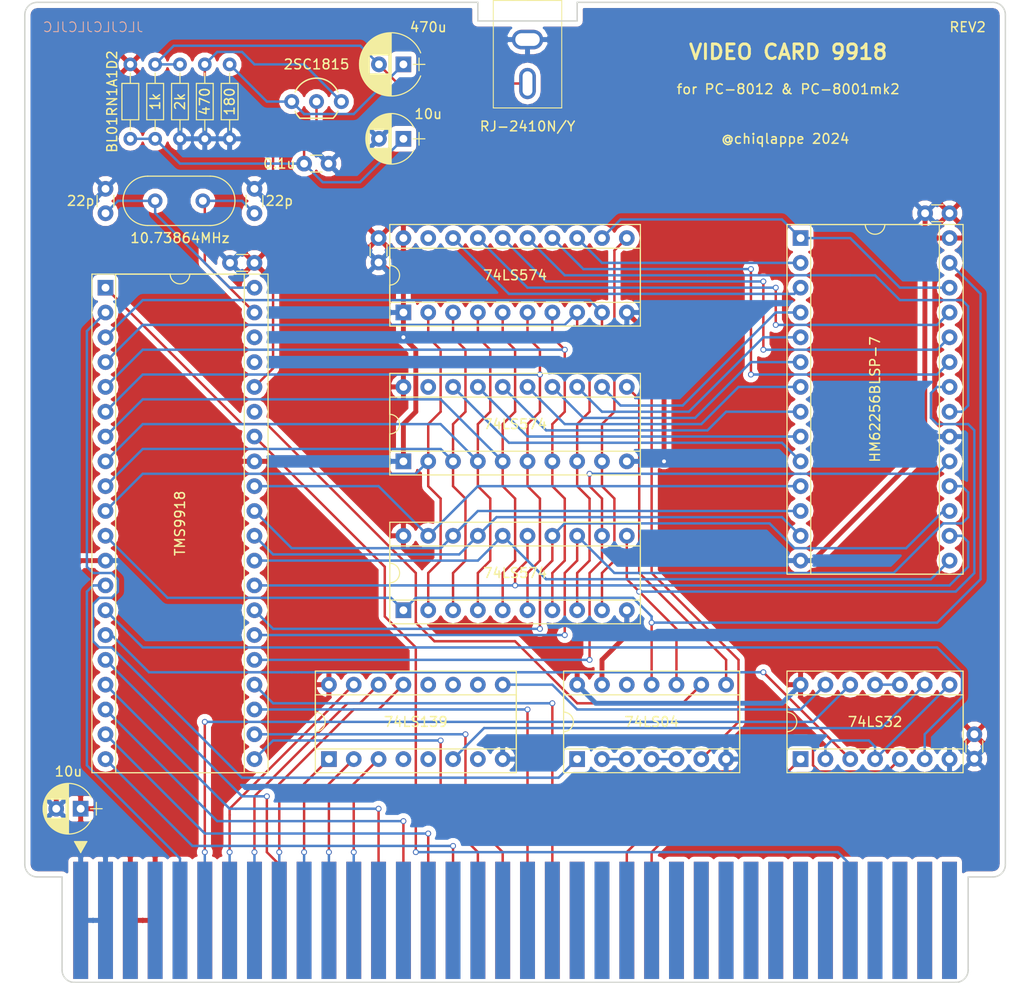
<source format=kicad_pcb>
(kicad_pcb (version 4) (host pcbnew 4.0.7)
  (title_block (title PC-8001mk2) (date 2024-03-11) (rev 2))
  (layers (0 F.Cu signal) (31 B.Cu signal) (34 B.Paste user hide) (35 F.Paste user hide) (36 B.SilkS user) (37 F.SilkS user) (38 B.Mask user) (39 F.Mask user) (44 Edge.Cuts user))
  (net 0 "")
  (net 1 GND)
  (net 2 VCC)
  (net 3 "Net-(C1-Pad1)")
  (net 4 "Net-(C2-Pad1)")
  (net 5 "Net-(C3-Pad1)")
  (net 6 "Net-(CP2-Pad1)")
  (net 7 "Net-(CP2-Pad2)")
  (net 8 A0)
  (net 9 A4)
  (net 10 A5)
  (net 11 A6)
  (net 12 A7)
  (net 13 ~RESET)
  (net 14 ~INT4)
  (net 15 D0)
  (net 16 D1)
  (net 17 D2)
  (net 18 D3)
  (net 19 D4)
  (net 20 D5)
  (net 21 D6)
  (net 22 D7)
  (net 23 /MAIN/R/~W)
  (net 24 COMVID)
  (net 25 /MAIN/~RAS)
  (net 26 /MAIN/~CAS)
  (net 27 /MAIN/AD7)
  (net 28 /MAIN/AD6)
  (net 29 /MAIN/AD5)
  (net 30 /MAIN/RD7)
  (net 31 /MAIN/AD4)
  (net 32 /MAIN/RD6)
  (net 33 /MAIN/AD3)
  (net 34 /MAIN/RD5)
  (net 35 /MAIN/AD2)
  (net 36 /MAIN/RD4)
  (net 37 /MAIN/AD1)
  (net 38 /MAIN/RD3)
  (net 39 /MAIN/AD0)
  (net 40 /MAIN/RD2)
  (net 41 /MAIN/RD1)
  (net 42 /MAIN/RD0)
  (net 43 /MAIN/SA13)
  (net 44 /MAIN/SA12)
  (net 45 /MAIN/SA7)
  (net 46 /MAIN/SA6)
  (net 47 /MAIN/SA5)
  (net 48 /MAIN/SA4)
  (net 49 /MAIN/SA3)
  (net 50 /MAIN/SA10)
  (net 51 /MAIN/SA2)
  (net 52 /MAIN/SA1)
  (net 53 /MAIN/SA11)
  (net 54 /MAIN/SA0)
  (net 55 /MAIN/SA9)
  (net 56 /MAIN/SA8)
  (net 57 /MAIN/ROW)
  (net 58 /MAIN/COL)
  (net 59 "Net-(U6-Pad2)")
  (net 60 "Net-(U6-Pad4)")
  (net 61 /MAIN/~R~/W)
  (net 62 "Net-(U7-Pad6)")
  (net 63 A1)
  (net 64 A2)
  (net 65 A3)
  (net 66 ~IOW)
  (net 67 ~IOR)
  (net 68 ~CSW)
  (net 69 ~CSR)
  (net 70 "Net-(U8-Pad2)")
  (net 71 "Net-(U8-Pad10)")
  (net 72 "Net-(U7-Pad9)")
  (module RJ-2410N (layer F.Cu) (at 152.4 55.88 270)
    (fp_text reference J2)
    (fp_text value RJ-2410N/Y (at 8.89 0 360) (layer F.SilkS))
    (pad 1 thru_hole oval (at 4.5 0 270) (size 3.2 1.7) (drill oval 2.5 1) (layers *.Cu *.Mask) (net 7 "Net-(CP2-Pad2)"))
    (pad 2 thru_hole oval (at 0 0 270) (size 2 3.2) (drill oval 1.3 2.5) (layers *.Cu *.Mask) (net 1 GND))
  )
  (module library:PC88_72_ODD_EVEN (layer F.Cu) (at 149.86 146.05)
    (fp_text reference J1)
    (fp_text value "PC-8001mk2 BUS" hide)
    (pad 2 connect rect (at -43.18 0) (size 1.524 12) (layers F.Cu F.Mask))
    (pad 3 connect rect (at -40.64 0) (size 1.524 12) (layers B.Cu B.Mask) (net 1 GND))
    (pad 1 connect rect (at -43.18 0) (size 1.524 12) (layers B.Cu B.Mask) (net 1 GND))
    (pad 5 connect rect (at -38.1 0) (size 1.524 12) (layers B.Cu B.Mask))
    (pad 7 connect rect (at -35.56 0) (size 1.524 12) (layers B.Cu B.Mask))
    (pad 9 connect rect (at -33.02 0) (size 1.524 12) (layers B.Cu B.Mask) (net 8 A0))
    (pad 11 connect rect (at -30.48 0) (size 1.524 12) (layers B.Cu B.Mask) (net 63 A1))
    (pad 13 connect rect (at -27.94 0) (size 1.524 12) (layers B.Cu B.Mask) (net 64 A2))
    (pad 15 connect rect (at -25.4 0) (size 1.524 12) (layers B.Cu B.Mask) (net 65 A3))
    (pad 17 connect rect (at -22.86 0) (size 1.524 12) (layers B.Cu B.Mask) (net 9 A4))
    (pad 19 connect rect (at -20.32 0) (size 1.524 12) (layers B.Cu B.Mask) (net 10 A5))
    (pad 21 connect rect (at -17.78 0) (size 1.524 12) (layers B.Cu B.Mask) (net 11 A6))
    (pad 23 connect rect (at -15.24 0) (size 1.524 12) (layers B.Cu B.Mask) (net 12 A7))
    (pad 25 connect rect (at -12.7 0) (size 1.524 12) (layers B.Cu B.Mask))
    (pad 27 connect rect (at -10.16 0) (size 1.524 12) (layers B.Cu B.Mask))
    (pad 29 connect rect (at -7.62 0) (size 1.524 12) (layers B.Cu B.Mask))
    (pad 31 connect rect (at -5.08 0) (size 1.524 12) (layers B.Cu B.Mask))
    (pad 33 connect rect (at -2.54 0) (size 1.524 12) (layers B.Cu B.Mask))
    (pad 35 connect rect (at 0 0) (size 1.524 12) (layers B.Cu B.Mask))
    (pad 37 connect rect (at 2.54 0) (size 1.524 12) (layers B.Cu B.Mask))
    (pad 39 connect rect (at 5.08 0) (size 1.524 12) (layers B.Cu B.Mask))
    (pad 41 connect rect (at 7.62 0) (size 1.524 12) (layers B.Cu B.Mask))
    (pad 43 connect rect (at 10.16 0) (size 1.524 12) (layers B.Cu B.Mask))
    (pad 45 connect rect (at 12.7 0) (size 1.524 12) (layers B.Cu B.Mask))
    (pad 47 connect rect (at 15.24 0) (size 1.524 12) (layers B.Cu B.Mask))
    (pad 49 connect rect (at 17.78 0) (size 1.524 12) (layers B.Cu B.Mask))
    (pad 51 connect rect (at 20.32 0) (size 1.524 12) (layers B.Cu B.Mask))
    (pad 53 connect rect (at 22.86 0) (size 1.524 12) (layers B.Cu B.Mask))
    (pad 55 connect rect (at 25.4 0) (size 1.524 12) (layers B.Cu B.Mask))
    (pad 57 connect rect (at 27.94 0) (size 1.524 12) (layers B.Cu B.Mask))
    (pad 59 connect rect (at 30.48 0) (size 1.524 12) (layers B.Cu B.Mask))
    (pad 61 connect rect (at 33.02 0) (size 1.524 12) (layers B.Cu B.Mask))
    (pad 63 connect rect (at 35.56 0) (size 1.524 12) (layers B.Cu B.Mask) (net 13 ~RESET))
    (pad 65 connect rect (at 38.1 0) (size 1.524 12) (layers B.Cu B.Mask))
    (pad 67 connect rect (at 40.64 0) (size 1.524 12) (layers B.Cu B.Mask))
    (pad 69 connect rect (at 43.18 0) (size 1.524 12) (layers B.Cu B.Mask))
    (pad 71 connect rect (at 45.72 0) (size 1.524 12) (layers B.Cu B.Mask))
    (pad 4 connect rect (at -40.64 0) (size 1.524 12) (layers F.Cu F.Mask))
    (pad 6 connect rect (at -38.1 0) (size 1.524 12) (layers F.Cu F.Mask) (net 2 VCC))
    (pad 8 connect rect (at -35.56 0) (size 1.524 12) (layers F.Cu F.Mask) (net 2 VCC))
    (pad 10 connect rect (at -33.02 0) (size 1.524 12) (layers F.Cu F.Mask))
    (pad 12 connect rect (at -30.48 0) (size 1.524 12) (layers F.Cu F.Mask))
    (pad 14 connect rect (at -27.94 0) (size 1.524 12) (layers F.Cu F.Mask))
    (pad 16 connect rect (at -25.4 0) (size 1.524 12) (layers F.Cu F.Mask))
    (pad 18 connect rect (at -22.86 0) (size 1.524 12) (layers F.Cu F.Mask) (net 14 ~INT4))
    (pad 20 connect rect (at -20.32 0) (size 1.524 12) (layers F.Cu F.Mask))
    (pad 22 connect rect (at -17.78 0) (size 1.524 12) (layers F.Cu F.Mask))
    (pad 24 connect rect (at -15.24 0) (size 1.524 12) (layers F.Cu F.Mask))
    (pad 26 connect rect (at -12.7 0) (size 1.524 12) (layers F.Cu F.Mask) (net 15 D0))
    (pad 28 connect rect (at -10.16 0) (size 1.524 12) (layers F.Cu F.Mask) (net 16 D1))
    (pad 30 connect rect (at -7.62 0) (size 1.524 12) (layers F.Cu F.Mask) (net 17 D2))
    (pad 32 connect rect (at -5.08 0) (size 1.524 12) (layers F.Cu F.Mask) (net 18 D3))
    (pad 34 connect rect (at -2.54 0) (size 1.524 12) (layers F.Cu F.Mask) (net 19 D4))
    (pad 36 connect rect (at 0 0) (size 1.524 12) (layers F.Cu F.Mask) (net 20 D5))
    (pad 38 connect rect (at 2.54 0) (size 1.524 12) (layers F.Cu F.Mask) (net 21 D6))
    (pad 40 connect rect (at 5.08 0) (size 1.524 12) (layers F.Cu F.Mask) (net 22 D7))
    (pad 42 connect rect (at 7.62 0) (size 1.524 12) (layers F.Cu F.Mask))
    (pad 44 connect rect (at 10.16 0) (size 1.524 12) (layers F.Cu F.Mask))
    (pad 46 connect rect (at 12.7 0) (size 1.524 12) (layers F.Cu F.Mask) (net 66 ~IOW))
    (pad 48 connect rect (at 15.24 0) (size 1.524 12) (layers F.Cu F.Mask) (net 67 ~IOR))
    (pad 50 connect rect (at 17.78 0) (size 1.524 12) (layers F.Cu F.Mask))
    (pad 52 connect rect (at 20.32 0) (size 1.524 12) (layers F.Cu F.Mask))
    (pad 54 connect rect (at 22.86 0) (size 1.524 12) (layers F.Cu F.Mask))
    (pad 56 connect rect (at 25.4 0) (size 1.524 12) (layers F.Cu F.Mask))
    (pad 58 connect rect (at 27.94 0) (size 1.524 12) (layers F.Cu F.Mask))
    (pad 60 connect rect (at 30.48 0) (size 1.524 12) (layers F.Cu F.Mask))
    (pad 62 connect rect (at 33.02 0) (size 1.524 12) (layers F.Cu F.Mask))
    (pad 64 connect rect (at 35.56 0) (size 1.524 12) (layers F.Cu F.Mask))
    (pad 66 connect rect (at 38.1 0) (size 1.524 12) (layers F.Cu F.Mask))
    (pad 68 connect rect (at 40.64 0) (size 1.524 12) (layers F.Cu F.Mask))
    (pad 70 connect rect (at 43.18 0) (size 1.524 12) (layers F.Cu F.Mask))
    (pad 72 connect rect (at 45.72 0) (size 1.524 12) (layers F.Cu F.Mask))
  )
  (module Capacitors_THT:C_Disc_D3.0mm_W1.6mm_P2.50mm (layer F.Cu) (at 124.46 73.66 90)
    (fp_text reference C1)
    (fp_text value 22p (at 1.27 2.54 180) (layer F.SilkS))
    (pad 1 thru_hole circle (at 0 0 90) (size 1.6 1.6) (drill 0.8) (layers *.Cu *.Mask) (net 3 "Net-(C1-Pad1)"))
    (pad 2 thru_hole circle (at 2.5 0 90) (size 1.6 1.6) (drill 0.8) (layers *.Cu *.Mask) (net 1 GND))
  )
  (module Capacitors_THT:C_Disc_D3.0mm_W1.6mm_P2.50mm (layer F.Cu) (at 109.22 73.66 90)
    (fp_text reference C2)
    (fp_text value 22p (at 1.27 -2.54 180) (layer F.SilkS))
    (pad 1 thru_hole circle (at 0 0 90) (size 1.6 1.6) (drill 0.8) (layers *.Cu *.Mask) (net 4 "Net-(C2-Pad1)"))
    (pad 2 thru_hole circle (at 2.5 0 90) (size 1.6 1.6) (drill 0.8) (layers *.Cu *.Mask) (net 1 GND))
  )
  (module Capacitors_THT:C_Disc_D3.0mm_W1.6mm_P2.50mm (layer F.Cu) (at 129.54 68.58)
    (fp_text reference C3)
    (fp_text value 0.1u (at -2.54 0) (layer F.SilkS))
    (pad 1 thru_hole circle (at 0 0) (size 1.6 1.6) (drill 0.8) (layers *.Cu *.Mask) (net 5 "Net-(C3-Pad1)"))
    (pad 2 thru_hole circle (at 2.5 0) (size 1.6 1.6) (drill 0.8) (layers *.Cu *.Mask) (net 1 GND))
  )
  (module Capacitors_THT:CP_Radial_D5.0mm_P2.50mm (layer F.Cu) (at 139.7 66.04 180)
    (fp_text reference CP1)
    (fp_text value 10u (at -2.54 2.54 180) (layer F.SilkS))
    (pad 1 thru_hole rect (at 0 0 180) (size 1.6 1.6) (drill 0.8) (layers *.Cu *.Mask) (net 5 "Net-(C3-Pad1)"))
    (pad 2 thru_hole circle (at 2.5 0 180) (size 1.6 1.6) (drill 0.8) (layers *.Cu *.Mask) (net 1 GND))
  )
  (module Resistors_THT:R_Axial_DIN0204_L3.6mm_D1.6mm_P7.62mm_Horizontal (layer F.Cu) (at 114.3 66.04 90)
    (fp_text reference R2)
    (fp_text value 1k (at 3.81 0 90) (layer F.SilkS))
    (pad 1 thru_hole circle (at 0 0 90) (size 1.4 1.4) (drill 0.7) (layers *.Cu *.Mask) (net 5 "Net-(C3-Pad1)"))
    (pad 2 thru_hole oval (at 7.62 0 90) (size 1.4 1.4) (drill 0.7) (layers *.Cu *.Mask) (net 7 "Net-(CP2-Pad2)"))
  )
  (module Resistors_THT:R_Axial_DIN0204_L3.6mm_D1.6mm_P7.62mm_Horizontal (layer F.Cu) (at 121.92 58.42 270)
    (fp_text reference R3)
    (fp_text value 180 (at 3.81 0 270) (layer F.SilkS))
    (pad 1 thru_hole circle (at 0 0 270) (size 1.4 1.4) (drill 0.7) (layers *.Cu *.Mask) (net 6 "Net-(CP2-Pad1)"))
    (pad 2 thru_hole oval (at 7.62 0 270) (size 1.4 1.4) (drill 0.7) (layers *.Cu *.Mask) (net 1 GND))
  )
  (module Resistors_THT:R_Axial_DIN0204_L3.6mm_D1.6mm_P7.62mm_Horizontal (layer F.Cu) (at 119.38 58.42 270)
    (fp_text reference R4)
    (fp_text value 470 (at 3.81 0 270) (layer F.SilkS))
    (pad 1 thru_hole circle (at 0 0 270) (size 1.4 1.4) (drill 0.7) (layers *.Cu *.Mask) (net 24 COMVID))
    (pad 2 thru_hole oval (at 7.62 0 270) (size 1.4 1.4) (drill 0.7) (layers *.Cu *.Mask) (net 1 GND))
  )
  (module Resistors_THT:R_Axial_DIN0204_L3.6mm_D1.6mm_P7.62mm_Horizontal (layer F.Cu) (at 116.84 58.42 270)
    (fp_text reference R5)
    (fp_text value 2k (at 3.81 0 270) (layer F.SilkS))
    (pad 1 thru_hole circle (at 0 0 270) (size 1.4 1.4) (drill 0.7) (layers *.Cu *.Mask) (net 7 "Net-(CP2-Pad2)"))
    (pad 2 thru_hole oval (at 7.62 0 270) (size 1.4 1.4) (drill 0.7) (layers *.Cu *.Mask) (net 1 GND))
  )
  (module Housings_DIP:DIP-40_W15.24mm_Socket (layer F.Cu) (at 109.22 81.28)
    (fp_text reference U1)
    (fp_text value TMS9918 (at 7.62 24.13 90) (layer F.SilkS))
    (pad 1 thru_hole rect (at 0 0) (size 1.6 1.6) (drill 0.8) (layers *.Cu *.Mask) (net 25 /MAIN/~RAS))
    (pad 21 thru_hole oval (at 15.24 48.26) (size 1.6 1.6) (drill 0.8) (layers *.Cu *.Mask) (net 19 D4))
    (pad 2 thru_hole oval (at 0 2.54) (size 1.6 1.6) (drill 0.8) (layers *.Cu *.Mask) (net 26 /MAIN/~CAS))
    (pad 22 thru_hole oval (at 15.24 45.72) (size 1.6 1.6) (drill 0.8) (layers *.Cu *.Mask) (net 20 D5))
    (pad 3 thru_hole oval (at 0 5.08) (size 1.6 1.6) (drill 0.8) (layers *.Cu *.Mask) (net 27 /MAIN/AD7))
    (pad 23 thru_hole oval (at 15.24 43.18) (size 1.6 1.6) (drill 0.8) (layers *.Cu *.Mask) (net 21 D6))
    (pad 4 thru_hole oval (at 0 7.62) (size 1.6 1.6) (drill 0.8) (layers *.Cu *.Mask) (net 28 /MAIN/AD6))
    (pad 24 thru_hole oval (at 15.24 40.64) (size 1.6 1.6) (drill 0.8) (layers *.Cu *.Mask) (net 22 D7))
    (pad 5 thru_hole oval (at 0 10.16) (size 1.6 1.6) (drill 0.8) (layers *.Cu *.Mask) (net 29 /MAIN/AD5))
    (pad 25 thru_hole oval (at 15.24 38.1) (size 1.6 1.6) (drill 0.8) (layers *.Cu *.Mask) (net 30 /MAIN/RD7))
    (pad 6 thru_hole oval (at 0 12.7) (size 1.6 1.6) (drill 0.8) (layers *.Cu *.Mask) (net 31 /MAIN/AD4))
    (pad 26 thru_hole oval (at 15.24 35.56) (size 1.6 1.6) (drill 0.8) (layers *.Cu *.Mask) (net 32 /MAIN/RD6))
    (pad 7 thru_hole oval (at 0 15.24) (size 1.6 1.6) (drill 0.8) (layers *.Cu *.Mask) (net 33 /MAIN/AD3))
    (pad 27 thru_hole oval (at 15.24 33.02) (size 1.6 1.6) (drill 0.8) (layers *.Cu *.Mask) (net 34 /MAIN/RD5))
    (pad 8 thru_hole oval (at 0 17.78) (size 1.6 1.6) (drill 0.8) (layers *.Cu *.Mask) (net 35 /MAIN/AD2))
    (pad 28 thru_hole oval (at 15.24 30.48) (size 1.6 1.6) (drill 0.8) (layers *.Cu *.Mask) (net 36 /MAIN/RD4))
    (pad 9 thru_hole oval (at 0 20.32) (size 1.6 1.6) (drill 0.8) (layers *.Cu *.Mask) (net 37 /MAIN/AD1))
    (pad 29 thru_hole oval (at 15.24 27.94) (size 1.6 1.6) (drill 0.8) (layers *.Cu *.Mask) (net 38 /MAIN/RD3))
    (pad 10 thru_hole oval (at 0 22.86) (size 1.6 1.6) (drill 0.8) (layers *.Cu *.Mask) (net 39 /MAIN/AD0))
    (pad 30 thru_hole oval (at 15.24 25.4) (size 1.6 1.6) (drill 0.8) (layers *.Cu *.Mask) (net 40 /MAIN/RD2))
    (pad 11 thru_hole oval (at 0 25.4) (size 1.6 1.6) (drill 0.8) (layers *.Cu *.Mask) (net 23 /MAIN/R/~W))
    (pad 31 thru_hole oval (at 15.24 22.86) (size 1.6 1.6) (drill 0.8) (layers *.Cu *.Mask) (net 41 /MAIN/RD1))
    (pad 12 thru_hole oval (at 0 27.94) (size 1.6 1.6) (drill 0.8) (layers *.Cu *.Mask) (net 1 GND))
    (pad 32 thru_hole oval (at 15.24 20.32) (size 1.6 1.6) (drill 0.8) (layers *.Cu *.Mask) (net 42 /MAIN/RD0))
    (pad 13 thru_hole oval (at 0 30.48) (size 1.6 1.6) (drill 0.8) (layers *.Cu *.Mask) (net 8 A0))
    (pad 33 thru_hole oval (at 15.24 17.78) (size 1.6 1.6) (drill 0.8) (layers *.Cu *.Mask) (net 2 VCC))
    (pad 14 thru_hole oval (at 0 33.02) (size 1.6 1.6) (drill 0.8) (layers *.Cu *.Mask) (net 68 ~CSW))
    (pad 34 thru_hole oval (at 15.24 15.24) (size 1.6 1.6) (drill 0.8) (layers *.Cu *.Mask) (net 13 ~RESET))
    (pad 15 thru_hole oval (at 0 35.56) (size 1.6 1.6) (drill 0.8) (layers *.Cu *.Mask) (net 69 ~CSR))
    (pad 35 thru_hole oval (at 15.24 12.7) (size 1.6 1.6) (drill 0.8) (layers *.Cu *.Mask))
    (pad 16 thru_hole oval (at 0 38.1) (size 1.6 1.6) (drill 0.8) (layers *.Cu *.Mask) (net 14 ~INT4))
    (pad 36 thru_hole oval (at 15.24 10.16) (size 1.6 1.6) (drill 0.8) (layers *.Cu *.Mask) (net 24 COMVID))
    (pad 17 thru_hole oval (at 0 40.64) (size 1.6 1.6) (drill 0.8) (layers *.Cu *.Mask) (net 15 D0))
    (pad 37 thru_hole oval (at 15.24 7.62) (size 1.6 1.6) (drill 0.8) (layers *.Cu *.Mask))
    (pad 18 thru_hole oval (at 0 43.18) (size 1.6 1.6) (drill 0.8) (layers *.Cu *.Mask) (net 16 D1))
    (pad 38 thru_hole oval (at 15.24 5.08) (size 1.6 1.6) (drill 0.8) (layers *.Cu *.Mask))
    (pad 19 thru_hole oval (at 0 45.72) (size 1.6 1.6) (drill 0.8) (layers *.Cu *.Mask) (net 17 D2))
    (pad 39 thru_hole oval (at 15.24 2.54) (size 1.6 1.6) (drill 0.8) (layers *.Cu *.Mask) (net 3 "Net-(C1-Pad1)"))
    (pad 20 thru_hole oval (at 0 48.26) (size 1.6 1.6) (drill 0.8) (layers *.Cu *.Mask) (net 18 D3))
    (pad 40 thru_hole oval (at 15.24 0) (size 1.6 1.6) (drill 0.8) (layers *.Cu *.Mask) (net 4 "Net-(C2-Pad1)"))
  )
  (module Housings_DIP:DIP-28_W15.24mm_Socket (layer F.Cu) (at 180.34 76.2)
    (fp_text reference U2)
    (fp_text value HM62256BLSP-7 (at 7.62 16.51 90) (layer F.SilkS))
    (pad 1 thru_hole rect (at 0 0) (size 1.6 1.6) (drill 0.8) (layers *.Cu *.Mask) (net 43 /MAIN/SA13))
    (pad 15 thru_hole oval (at 15.24 33.02) (size 1.6 1.6) (drill 0.8) (layers *.Cu *.Mask) (net 38 /MAIN/RD3))
    (pad 2 thru_hole oval (at 0 2.54) (size 1.6 1.6) (drill 0.8) (layers *.Cu *.Mask) (net 44 /MAIN/SA12))
    (pad 16 thru_hole oval (at 15.24 30.48) (size 1.6 1.6) (drill 0.8) (layers *.Cu *.Mask) (net 36 /MAIN/RD4))
    (pad 3 thru_hole oval (at 0 5.08) (size 1.6 1.6) (drill 0.8) (layers *.Cu *.Mask) (net 45 /MAIN/SA7))
    (pad 17 thru_hole oval (at 15.24 27.94) (size 1.6 1.6) (drill 0.8) (layers *.Cu *.Mask) (net 34 /MAIN/RD5))
    (pad 4 thru_hole oval (at 0 7.62) (size 1.6 1.6) (drill 0.8) (layers *.Cu *.Mask) (net 46 /MAIN/SA6))
    (pad 18 thru_hole oval (at 15.24 25.4) (size 1.6 1.6) (drill 0.8) (layers *.Cu *.Mask) (net 32 /MAIN/RD6))
    (pad 5 thru_hole oval (at 0 10.16) (size 1.6 1.6) (drill 0.8) (layers *.Cu *.Mask) (net 47 /MAIN/SA5))
    (pad 19 thru_hole oval (at 15.24 22.86) (size 1.6 1.6) (drill 0.8) (layers *.Cu *.Mask) (net 30 /MAIN/RD7))
    (pad 6 thru_hole oval (at 0 12.7) (size 1.6 1.6) (drill 0.8) (layers *.Cu *.Mask) (net 48 /MAIN/SA4))
    (pad 20 thru_hole oval (at 15.24 20.32) (size 1.6 1.6) (drill 0.8) (layers *.Cu *.Mask) (net 1 GND))
    (pad 7 thru_hole oval (at 0 15.24) (size 1.6 1.6) (drill 0.8) (layers *.Cu *.Mask) (net 49 /MAIN/SA3))
    (pad 21 thru_hole oval (at 15.24 17.78) (size 1.6 1.6) (drill 0.8) (layers *.Cu *.Mask) (net 50 /MAIN/SA10))
    (pad 8 thru_hole oval (at 0 17.78) (size 1.6 1.6) (drill 0.8) (layers *.Cu *.Mask) (net 51 /MAIN/SA2))
    (pad 22 thru_hole oval (at 15.24 15.24) (size 1.6 1.6) (drill 0.8) (layers *.Cu *.Mask) (net 61 /MAIN/~R~/W))
    (pad 9 thru_hole oval (at 0 20.32) (size 1.6 1.6) (drill 0.8) (layers *.Cu *.Mask) (net 52 /MAIN/SA1))
    (pad 23 thru_hole oval (at 15.24 12.7) (size 1.6 1.6) (drill 0.8) (layers *.Cu *.Mask) (net 53 /MAIN/SA11))
    (pad 10 thru_hole oval (at 0 22.86) (size 1.6 1.6) (drill 0.8) (layers *.Cu *.Mask) (net 54 /MAIN/SA0))
    (pad 24 thru_hole oval (at 15.24 10.16) (size 1.6 1.6) (drill 0.8) (layers *.Cu *.Mask) (net 55 /MAIN/SA9))
    (pad 11 thru_hole oval (at 0 25.4) (size 1.6 1.6) (drill 0.8) (layers *.Cu *.Mask) (net 42 /MAIN/RD0))
    (pad 25 thru_hole oval (at 15.24 7.62) (size 1.6 1.6) (drill 0.8) (layers *.Cu *.Mask) (net 56 /MAIN/SA8))
    (pad 12 thru_hole oval (at 0 27.94) (size 1.6 1.6) (drill 0.8) (layers *.Cu *.Mask) (net 41 /MAIN/RD1))
    (pad 26 thru_hole oval (at 15.24 5.08) (size 1.6 1.6) (drill 0.8) (layers *.Cu *.Mask) (net 43 /MAIN/SA13))
    (pad 13 thru_hole oval (at 0 30.48) (size 1.6 1.6) (drill 0.8) (layers *.Cu *.Mask) (net 40 /MAIN/RD2))
    (pad 27 thru_hole oval (at 15.24 2.54) (size 1.6 1.6) (drill 0.8) (layers *.Cu *.Mask) (net 23 /MAIN/R/~W))
    (pad 14 thru_hole oval (at 0 33.02) (size 1.6 1.6) (drill 0.8) (layers *.Cu *.Mask) (net 1 GND))
    (pad 28 thru_hole oval (at 15.24 0) (size 1.6 1.6) (drill 0.8) (layers *.Cu *.Mask) (net 2 VCC))
  )
  (module Housings_DIP:DIP-20_W7.62mm_Socket (layer F.Cu) (at 139.7 114.3 90)
    (fp_text reference U3)
    (fp_text value 74LS574 (at 3.81 11.43 180) (layer F.SilkS))
    (pad 1 thru_hole rect (at 0 0 90) (size 1.6 1.6) (drill 0.8) (layers *.Cu *.Mask) (net 23 /MAIN/R/~W))
    (pad 11 thru_hole oval (at 7.62 22.86 90) (size 1.6 1.6) (drill 0.8) (layers *.Cu *.Mask) (net 61 /MAIN/~R~/W))
    (pad 2 thru_hole oval (at 0 2.54 90) (size 1.6 1.6) (drill 0.8) (layers *.Cu *.Mask) (net 39 /MAIN/AD0))
    (pad 12 thru_hole oval (at 7.62 20.32 90) (size 1.6 1.6) (drill 0.8) (layers *.Cu *.Mask) (net 30 /MAIN/RD7))
    (pad 3 thru_hole oval (at 0 5.08 90) (size 1.6 1.6) (drill 0.8) (layers *.Cu *.Mask) (net 37 /MAIN/AD1))
    (pad 13 thru_hole oval (at 7.62 17.78 90) (size 1.6 1.6) (drill 0.8) (layers *.Cu *.Mask) (net 32 /MAIN/RD6))
    (pad 4 thru_hole oval (at 0 7.62 90) (size 1.6 1.6) (drill 0.8) (layers *.Cu *.Mask) (net 35 /MAIN/AD2))
    (pad 14 thru_hole oval (at 7.62 15.24 90) (size 1.6 1.6) (drill 0.8) (layers *.Cu *.Mask) (net 34 /MAIN/RD5))
    (pad 5 thru_hole oval (at 0 10.16 90) (size 1.6 1.6) (drill 0.8) (layers *.Cu *.Mask) (net 33 /MAIN/AD3))
    (pad 15 thru_hole oval (at 7.62 12.7 90) (size 1.6 1.6) (drill 0.8) (layers *.Cu *.Mask) (net 36 /MAIN/RD4))
    (pad 6 thru_hole oval (at 0 12.7 90) (size 1.6 1.6) (drill 0.8) (layers *.Cu *.Mask) (net 31 /MAIN/AD4))
    (pad 16 thru_hole oval (at 7.62 10.16 90) (size 1.6 1.6) (drill 0.8) (layers *.Cu *.Mask) (net 38 /MAIN/RD3))
    (pad 7 thru_hole oval (at 0 15.24 90) (size 1.6 1.6) (drill 0.8) (layers *.Cu *.Mask) (net 29 /MAIN/AD5))
    (pad 17 thru_hole oval (at 7.62 7.62 90) (size 1.6 1.6) (drill 0.8) (layers *.Cu *.Mask) (net 40 /MAIN/RD2))
    (pad 8 thru_hole oval (at 0 17.78 90) (size 1.6 1.6) (drill 0.8) (layers *.Cu *.Mask) (net 28 /MAIN/AD6))
    (pad 18 thru_hole oval (at 7.62 5.08 90) (size 1.6 1.6) (drill 0.8) (layers *.Cu *.Mask) (net 41 /MAIN/RD1))
    (pad 9 thru_hole oval (at 0 20.32 90) (size 1.6 1.6) (drill 0.8) (layers *.Cu *.Mask) (net 27 /MAIN/AD7))
    (pad 19 thru_hole oval (at 7.62 2.54 90) (size 1.6 1.6) (drill 0.8) (layers *.Cu *.Mask) (net 42 /MAIN/RD0))
    (pad 10 thru_hole oval (at 0 22.86 90) (size 1.6 1.6) (drill 0.8) (layers *.Cu *.Mask) (net 1 GND))
    (pad 20 thru_hole oval (at 7.62 0 90) (size 1.6 1.6) (drill 0.8) (layers *.Cu *.Mask) (net 2 VCC))
  )
  (module Housings_DIP:DIP-20_W7.62mm_Socket (layer F.Cu) (at 139.7 99.06 90)
    (fp_text reference U4)
    (fp_text value 74LS574 (at 3.81 11.43 180) (layer F.SilkS))
    (pad 1 thru_hole rect (at 0 0 90) (size 1.6 1.6) (drill 0.8) (layers *.Cu *.Mask) (net 1 GND))
    (pad 11 thru_hole oval (at 7.62 22.86 90) (size 1.6 1.6) (drill 0.8) (layers *.Cu *.Mask) (net 57 /MAIN/ROW))
    (pad 2 thru_hole oval (at 0 2.54 90) (size 1.6 1.6) (drill 0.8) (layers *.Cu *.Mask) (net 39 /MAIN/AD0))
    (pad 12 thru_hole oval (at 7.62 20.32 90) (size 1.6 1.6) (drill 0.8) (layers *.Cu *.Mask) (net 46 /MAIN/SA6))
    (pad 3 thru_hole oval (at 0 5.08 90) (size 1.6 1.6) (drill 0.8) (layers *.Cu *.Mask) (net 37 /MAIN/AD1))
    (pad 13 thru_hole oval (at 7.62 17.78 90) (size 1.6 1.6) (drill 0.8) (layers *.Cu *.Mask) (net 47 /MAIN/SA5))
    (pad 4 thru_hole oval (at 0 7.62 90) (size 1.6 1.6) (drill 0.8) (layers *.Cu *.Mask) (net 35 /MAIN/AD2))
    (pad 14 thru_hole oval (at 7.62 15.24 90) (size 1.6 1.6) (drill 0.8) (layers *.Cu *.Mask) (net 48 /MAIN/SA4))
    (pad 5 thru_hole oval (at 0 10.16 90) (size 1.6 1.6) (drill 0.8) (layers *.Cu *.Mask) (net 33 /MAIN/AD3))
    (pad 15 thru_hole oval (at 7.62 12.7 90) (size 1.6 1.6) (drill 0.8) (layers *.Cu *.Mask) (net 49 /MAIN/SA3))
    (pad 6 thru_hole oval (at 0 12.7 90) (size 1.6 1.6) (drill 0.8) (layers *.Cu *.Mask) (net 31 /MAIN/AD4))
    (pad 16 thru_hole oval (at 7.62 10.16 90) (size 1.6 1.6) (drill 0.8) (layers *.Cu *.Mask) (net 51 /MAIN/SA2))
    (pad 7 thru_hole oval (at 0 15.24 90) (size 1.6 1.6) (drill 0.8) (layers *.Cu *.Mask) (net 29 /MAIN/AD5))
    (pad 17 thru_hole oval (at 7.62 7.62 90) (size 1.6 1.6) (drill 0.8) (layers *.Cu *.Mask) (net 52 /MAIN/SA1))
    (pad 8 thru_hole oval (at 0 17.78 90) (size 1.6 1.6) (drill 0.8) (layers *.Cu *.Mask) (net 28 /MAIN/AD6))
    (pad 18 thru_hole oval (at 7.62 5.08 90) (size 1.6 1.6) (drill 0.8) (layers *.Cu *.Mask) (net 54 /MAIN/SA0))
    (pad 9 thru_hole oval (at 0 20.32 90) (size 1.6 1.6) (drill 0.8) (layers *.Cu *.Mask) (net 27 /MAIN/AD7))
    (pad 19 thru_hole oval (at 7.62 2.54 90) (size 1.6 1.6) (drill 0.8) (layers *.Cu *.Mask))
    (pad 10 thru_hole oval (at 0 22.86 90) (size 1.6 1.6) (drill 0.8) (layers *.Cu *.Mask) (net 1 GND))
    (pad 20 thru_hole oval (at 7.62 0 90) (size 1.6 1.6) (drill 0.8) (layers *.Cu *.Mask) (net 2 VCC))
  )
  (module Housings_DIP:DIP-20_W7.62mm_Socket (layer F.Cu) (at 139.7 83.82 90)
    (fp_text reference U5)
    (fp_text value 74LS574 (at 3.81 11.43 180) (layer F.SilkS))
    (pad 1 thru_hole rect (at 0 0 90) (size 1.6 1.6) (drill 0.8) (layers *.Cu *.Mask) (net 1 GND))
    (pad 11 thru_hole oval (at 7.62 22.86 90) (size 1.6 1.6) (drill 0.8) (layers *.Cu *.Mask) (net 58 /MAIN/COL))
    (pad 2 thru_hole oval (at 0 2.54 90) (size 1.6 1.6) (drill 0.8) (layers *.Cu *.Mask) (net 39 /MAIN/AD0))
    (pad 12 thru_hole oval (at 7.62 20.32 90) (size 1.6 1.6) (drill 0.8) (layers *.Cu *.Mask) (net 43 /MAIN/SA13))
    (pad 3 thru_hole oval (at 0 5.08 90) (size 1.6 1.6) (drill 0.8) (layers *.Cu *.Mask) (net 37 /MAIN/AD1))
    (pad 13 thru_hole oval (at 7.62 17.78 90) (size 1.6 1.6) (drill 0.8) (layers *.Cu *.Mask) (net 44 /MAIN/SA12))
    (pad 4 thru_hole oval (at 0 7.62 90) (size 1.6 1.6) (drill 0.8) (layers *.Cu *.Mask) (net 35 /MAIN/AD2))
    (pad 14 thru_hole oval (at 7.62 15.24 90) (size 1.6 1.6) (drill 0.8) (layers *.Cu *.Mask) (net 53 /MAIN/SA11))
    (pad 5 thru_hole oval (at 0 10.16 90) (size 1.6 1.6) (drill 0.8) (layers *.Cu *.Mask) (net 33 /MAIN/AD3))
    (pad 15 thru_hole oval (at 7.62 12.7 90) (size 1.6 1.6) (drill 0.8) (layers *.Cu *.Mask) (net 50 /MAIN/SA10))
    (pad 6 thru_hole oval (at 0 12.7 90) (size 1.6 1.6) (drill 0.8) (layers *.Cu *.Mask) (net 31 /MAIN/AD4))
    (pad 16 thru_hole oval (at 7.62 10.16 90) (size 1.6 1.6) (drill 0.8) (layers *.Cu *.Mask) (net 55 /MAIN/SA9))
    (pad 7 thru_hole oval (at 0 15.24 90) (size 1.6 1.6) (drill 0.8) (layers *.Cu *.Mask) (net 29 /MAIN/AD5))
    (pad 17 thru_hole oval (at 7.62 7.62 90) (size 1.6 1.6) (drill 0.8) (layers *.Cu *.Mask) (net 56 /MAIN/SA8))
    (pad 8 thru_hole oval (at 0 17.78 90) (size 1.6 1.6) (drill 0.8) (layers *.Cu *.Mask) (net 28 /MAIN/AD6))
    (pad 18 thru_hole oval (at 7.62 5.08 90) (size 1.6 1.6) (drill 0.8) (layers *.Cu *.Mask) (net 45 /MAIN/SA7))
    (pad 9 thru_hole oval (at 0 20.32 90) (size 1.6 1.6) (drill 0.8) (layers *.Cu *.Mask) (net 27 /MAIN/AD7))
    (pad 19 thru_hole oval (at 7.62 2.54 90) (size 1.6 1.6) (drill 0.8) (layers *.Cu *.Mask))
    (pad 10 thru_hole oval (at 0 22.86 90) (size 1.6 1.6) (drill 0.8) (layers *.Cu *.Mask) (net 1 GND))
    (pad 20 thru_hole oval (at 7.62 0 90) (size 1.6 1.6) (drill 0.8) (layers *.Cu *.Mask) (net 2 VCC))
  )
  (module Housings_DIP:DIP-14_W7.62mm_Socket (layer F.Cu) (at 157.48 129.54 90)
    (fp_text reference U6)
    (fp_text value 74LS04 (at 3.81 7.62 180) (layer F.SilkS))
    (pad 1 thru_hole rect (at 0 0 90) (size 1.6 1.6) (drill 0.8) (layers *.Cu *.Mask) (net 26 /MAIN/~CAS))
    (pad 8 thru_hole oval (at 7.62 15.24 90) (size 1.6 1.6) (drill 0.8) (layers *.Cu *.Mask) (net 57 /MAIN/ROW))
    (pad 2 thru_hole oval (at 0 2.54 90) (size 1.6 1.6) (drill 0.8) (layers *.Cu *.Mask) (net 59 "Net-(U6-Pad2)"))
    (pad 9 thru_hole oval (at 7.62 12.7 90) (size 1.6 1.6) (drill 0.8) (layers *.Cu *.Mask) (net 25 /MAIN/~RAS))
    (pad 3 thru_hole oval (at 0 5.08 90) (size 1.6 1.6) (drill 0.8) (layers *.Cu *.Mask) (net 59 "Net-(U6-Pad2)"))
    (pad 10 thru_hole oval (at 7.62 10.16 90) (size 1.6 1.6) (drill 0.8) (layers *.Cu *.Mask) (net 61 /MAIN/~R~/W))
    (pad 4 thru_hole oval (at 0 7.62 90) (size 1.6 1.6) (drill 0.8) (layers *.Cu *.Mask) (net 60 "Net-(U6-Pad4)"))
    (pad 11 thru_hole oval (at 7.62 7.62 90) (size 1.6 1.6) (drill 0.8) (layers *.Cu *.Mask) (net 23 /MAIN/R/~W))
    (pad 5 thru_hole oval (at 0 10.16 90) (size 1.6 1.6) (drill 0.8) (layers *.Cu *.Mask) (net 60 "Net-(U6-Pad4)"))
    (pad 12 thru_hole oval (at 7.62 5.08 90) (size 1.6 1.6) (drill 0.8) (layers *.Cu *.Mask))
    (pad 6 thru_hole oval (at 0 12.7 90) (size 1.6 1.6) (drill 0.8) (layers *.Cu *.Mask) (net 58 /MAIN/COL))
    (pad 13 thru_hole oval (at 7.62 2.54 90) (size 1.6 1.6) (drill 0.8) (layers *.Cu *.Mask) (net 1 GND))
    (pad 7 thru_hole oval (at 0 15.24 90) (size 1.6 1.6) (drill 0.8) (layers *.Cu *.Mask) (net 1 GND))
    (pad 14 thru_hole oval (at 7.62 0 90) (size 1.6 1.6) (drill 0.8) (layers *.Cu *.Mask) (net 2 VCC))
  )
  (module Housings_DIP:DIP-16_W7.62mm_Socket (layer F.Cu) (at 132.08 129.54 90)
    (fp_text reference U7)
    (fp_text value 74LS139 (at 3.81 8.89 180) (layer F.SilkS))
    (pad 1 thru_hole rect (at 0 0 90) (size 1.6 1.6) (drill 0.8) (layers *.Cu *.Mask) (net 10 A5))
    (pad 9 thru_hole oval (at 7.62 17.78 90) (size 1.6 1.6) (drill 0.8) (layers *.Cu *.Mask) (net 72 "Net-(U7-Pad9)"))
    (pad 2 thru_hole oval (at 0 2.54 90) (size 1.6 1.6) (drill 0.8) (layers *.Cu *.Mask) (net 11 A6))
    (pad 10 thru_hole oval (at 7.62 15.24 90) (size 1.6 1.6) (drill 0.8) (layers *.Cu *.Mask))
    (pad 3 thru_hole oval (at 0 5.08 90) (size 1.6 1.6) (drill 0.8) (layers *.Cu *.Mask) (net 12 A7))
    (pad 11 thru_hole oval (at 7.62 12.7 90) (size 1.6 1.6) (drill 0.8) (layers *.Cu *.Mask))
    (pad 4 thru_hole oval (at 0 7.62 90) (size 1.6 1.6) (drill 0.8) (layers *.Cu *.Mask))
    (pad 12 thru_hole oval (at 7.62 10.16 90) (size 1.6 1.6) (drill 0.8) (layers *.Cu *.Mask))
    (pad 5 thru_hole oval (at 0 10.16 90) (size 1.6 1.6) (drill 0.8) (layers *.Cu *.Mask))
    (pad 13 thru_hole oval (at 7.62 7.62 90) (size 1.6 1.6) (drill 0.8) (layers *.Cu *.Mask) (net 9 A4))
    (pad 6 thru_hole oval (at 0 12.7 90) (size 1.6 1.6) (drill 0.8) (layers *.Cu *.Mask) (net 62 "Net-(U7-Pad6)"))
    (pad 14 thru_hole oval (at 7.62 5.08 90) (size 1.6 1.6) (drill 0.8) (layers *.Cu *.Mask) (net 65 A3))
    (pad 7 thru_hole oval (at 0 15.24 90) (size 1.6 1.6) (drill 0.8) (layers *.Cu *.Mask))
    (pad 15 thru_hole oval (at 7.62 2.54 90) (size 1.6 1.6) (drill 0.8) (layers *.Cu *.Mask) (net 64 A2))
    (pad 8 thru_hole oval (at 0 17.78 90) (size 1.6 1.6) (drill 0.8) (layers *.Cu *.Mask) (net 1 GND))
    (pad 16 thru_hole oval (at 7.62 0 90) (size 1.6 1.6) (drill 0.8) (layers *.Cu *.Mask) (net 2 VCC))
  )
  (module Housings_DIP:DIP-14_W7.62mm_Socket (layer F.Cu) (at 180.34 129.54 90)
    (fp_text reference U8)
    (fp_text value 74LS32 (at 3.81 7.62 180) (layer F.SilkS))
    (pad 1 thru_hole rect (at 0 0 90) (size 1.6 1.6) (drill 0.8) (layers *.Cu *.Mask) (net 67 ~IOR))
    (pad 8 thru_hole oval (at 7.62 15.24 90) (size 1.6 1.6) (drill 0.8) (layers *.Cu *.Mask) (net 70 "Net-(U8-Pad2)"))
    (pad 2 thru_hole oval (at 0 2.54 90) (size 1.6 1.6) (drill 0.8) (layers *.Cu *.Mask) (net 70 "Net-(U8-Pad2)"))
    (pad 9 thru_hole oval (at 7.62 12.7 90) (size 1.6 1.6) (drill 0.8) (layers *.Cu *.Mask) (net 62 "Net-(U7-Pad6)"))
    (pad 3 thru_hole oval (at 0 5.08 90) (size 1.6 1.6) (drill 0.8) (layers *.Cu *.Mask) (net 69 ~CSR))
    (pad 10 thru_hole oval (at 7.62 10.16 90) (size 1.6 1.6) (drill 0.8) (layers *.Cu *.Mask) (net 71 "Net-(U8-Pad10)"))
    (pad 4 thru_hole oval (at 0 7.62 90) (size 1.6 1.6) (drill 0.8) (layers *.Cu *.Mask) (net 70 "Net-(U8-Pad2)"))
    (pad 11 thru_hole oval (at 7.62 7.62 90) (size 1.6 1.6) (drill 0.8) (layers *.Cu *.Mask) (net 71 "Net-(U8-Pad10)"))
    (pad 5 thru_hole oval (at 0 10.16 90) (size 1.6 1.6) (drill 0.8) (layers *.Cu *.Mask) (net 66 ~IOW))
    (pad 12 thru_hole oval (at 7.62 5.08 90) (size 1.6 1.6) (drill 0.8) (layers *.Cu *.Mask) (net 63 A1))
    (pad 6 thru_hole oval (at 0 12.7 90) (size 1.6 1.6) (drill 0.8) (layers *.Cu *.Mask) (net 68 ~CSW))
    (pad 13 thru_hole oval (at 7.62 2.54 90) (size 1.6 1.6) (drill 0.8) (layers *.Cu *.Mask) (net 72 "Net-(U7-Pad9)"))
    (pad 7 thru_hole oval (at 0 15.24 90) (size 1.6 1.6) (drill 0.8) (layers *.Cu *.Mask) (net 1 GND))
    (pad 14 thru_hole oval (at 7.62 0 90) (size 1.6 1.6) (drill 0.8) (layers *.Cu *.Mask) (net 2 VCC))
  )
  (module Capacitors_THT:CP_Radial_D5.0mm_P2.50mm (layer F.Cu) (at 106.68 134.62 180)
    (fp_text reference CP4)
    (fp_text value 10u (at 1.25 3.81 180) (layer F.SilkS))
    (pad 1 thru_hole rect (at 0 0 180) (size 1.6 1.6) (drill 0.8) (layers *.Cu *.Mask) (net 2 VCC))
    (pad 2 thru_hole circle (at 2.5 0 180) (size 1.6 1.6) (drill 0.8) (layers *.Cu *.Mask) (net 1 GND))
  )
  (module Capacitors_THT:CP_Radial_D6.3mm_P2.50mm (layer F.Cu) (at 139.7 58.42 180)
    (fp_text reference CP2)
    (fp_text value 470u (at -2.54 3.81 180) (layer F.SilkS))
    (pad 1 thru_hole rect (at 0 0 180) (size 1.6 1.6) (drill 0.8) (layers *.Cu *.Mask) (net 6 "Net-(CP2-Pad1)"))
    (pad 2 thru_hole circle (at 2.5 0 180) (size 1.6 1.6) (drill 0.8) (layers *.Cu *.Mask) (net 7 "Net-(CP2-Pad2)"))
  )
  (module Capacitors_THT:C_Disc_D3.0mm_W1.6mm_P2.50mm (layer F.Cu) (at 195.58 73.66 180)
    (fp_text reference C4)
    (fp_text value 0.01u)
    (pad 1 thru_hole circle (at 0 0 180) (size 1.6 1.6) (drill 0.8) (layers *.Cu *.Mask) (net 2 VCC))
    (pad 2 thru_hole circle (at 2.5 0 180) (size 1.6 1.6) (drill 0.8) (layers *.Cu *.Mask) (net 1 GND))
  )
  (module Capacitors_THT:C_Disc_D3.0mm_W1.6mm_P2.50mm (layer F.Cu) (at 137.16 76.2 270)
    (fp_text reference C5)
    (fp_text value 0.01u)
    (pad 1 thru_hole circle (at 0 0 270) (size 1.6 1.6) (drill 0.8) (layers *.Cu *.Mask) (net 2 VCC))
    (pad 2 thru_hole circle (at 2.5 0 270) (size 1.6 1.6) (drill 0.8) (layers *.Cu *.Mask) (net 1 GND))
  )
  (module Capacitors_THT:C_Disc_D3.0mm_W1.6mm_P2.50mm (layer F.Cu) (at 198.12 127 270)
    (fp_text reference C6)
    (fp_text value 0.01u)
    (pad 1 thru_hole circle (at 0 0 270) (size 1.6 1.6) (drill 0.8) (layers *.Cu *.Mask) (net 2 VCC))
    (pad 2 thru_hole circle (at 2.5 0 270) (size 1.6 1.6) (drill 0.8) (layers *.Cu *.Mask) (net 1 GND))
  )
  (module Capacitors_THT:C_Disc_D3.0mm_W1.6mm_P2.50mm (layer F.Cu) (at 124.46 78.74 180)
    (fp_text reference C7)
    (fp_text value 0.01u)
    (pad 1 thru_hole circle (at 0 0 180) (size 1.6 1.6) (drill 0.8) (layers *.Cu *.Mask) (net 2 VCC))
    (pad 2 thru_hole circle (at 2.5 0 180) (size 1.6 1.6) (drill 0.8) (layers *.Cu *.Mask) (net 1 GND))
  )
  (module Resistors_THT:R_Axial_DIN0204_L3.6mm_D1.6mm_P7.62mm_Horizontal (layer F.Cu) (at 111.76 58.42 270)
    (fp_text reference L1)
    (fp_text value BL01RN1A1D2 (at 3.81 1.86 270) (layer F.SilkS))
    (pad 1 thru_hole circle (at 0 0 270) (size 1.4 1.4) (drill 0.7) (layers *.Cu *.Mask) (net 2 VCC))
    (pad 2 thru_hole oval (at 7.62 0 270) (size 1.4 1.4) (drill 0.7) (layers *.Cu *.Mask) (net 5 "Net-(C3-Pad1)"))
  )
  (module TO_SOT_Packages_THT:TO-92_Inline_Wide (layer F.Cu) (at 128.27 62.23)
    (fp_text reference Q1)
    (fp_text value 2SC1815 (at 2.54 -3.81) (layer F.SilkS))
    (pad 2 thru_hole circle (at 2.54 0 90) (size 1.524 1.524) (drill 0.8) (layers *.Cu *.Mask) (net 5 "Net-(C3-Pad1)"))
    (pad 3 thru_hole circle (at 5.08 0 90) (size 1.524 1.524) (drill 0.8) (layers *.Cu *.Mask) (net 24 COMVID))
    (pad 1 thru_hole circle (at 0 0 90) (size 1.524 1.524) (drill 0.8) (layers *.Cu *.Mask) (net 6 "Net-(CP2-Pad1)"))
  )
  (module Crystals:Crystal_HC49-4H_Vertical (layer F.Cu) (at 114.3 72.39)
    (fp_text reference Y1)
    (fp_text value 10.73864MHz (at 2.54 3.81) (layer F.SilkS))
    (pad 1 thru_hole circle (at 0 0) (size 1.5 1.5) (drill 0.8) (layers *.Cu *.Mask) (net 4 "Net-(C2-Pad1)"))
    (pad 2 thru_hole circle (at 4.88 0) (size 1.5 1.5) (drill 0.8) (layers *.Cu *.Mask) (net 3 "Net-(C1-Pad1)"))
  )
  (gr_line (start 157.48 53.975) (end 157.48 52.07) (angle 90) (layer Edge.Cuts) (width 0.15))
  (gr_line (start 147.32 53.975) (end 157.48 53.975) (angle 90) (layer Edge.Cuts) (width 0.15))
  (gr_line (start 147.32 52.07) (end 147.32 53.975) (angle 90) (layer Edge.Cuts) (width 0.15))
  (gr_line (start 147.32 52.07) (end 102.235 52.07) (angle 90) (layer Edge.Cuts) (width 0.15))
  (gr_line (start 157.48 52.07) (end 200.025 52.07) (angle 90) (layer Edge.Cuts) (width 0.15))
  (gr_line (start 201.295 140.335) (end 201.295 53.34) (angle 90) (layer Edge.Cuts) (width 0.15))
  (gr_line (start 100.965 53.34) (end 100.965 140.335) (angle 90) (layer Edge.Cuts) (width 0.15))
  (gr_line (start 102.235 141.605) (end 104.775 141.605) (angle 90) (layer Edge.Cuts) (width 0.15))
  (gr_arc (start 102.235 140.335) (end 102.235 141.605) (angle 90) (layer Edge.Cuts) (width 0.15))
  (gr_line (start 104.775 151.13) (end 104.775 141.605) (angle 90) (layer Edge.Cuts) (width 0.15))
  (gr_line (start 197.485 141.605) (end 200.025 141.605) (angle 90) (layer Edge.Cuts) (width 0.15))
  (gr_arc (start 200.025 140.335) (end 201.295 140.335) (angle 90) (layer Edge.Cuts) (width 0.15))
  (gr_line (start 197.485 151.13) (end 197.485 141.605) (angle 90) (layer Edge.Cuts) (width 0.15))
  (gr_line (start 106.045 152.4) (end 196.215 152.4) (angle 90) (layer Edge.Cuts) (width 0.15))
  (gr_arc (start 200.025 53.34) (end 200.025 52.07) (angle 90) (layer Edge.Cuts) (width 0.15))
  (gr_arc (start 102.235 53.34) (end 100.965 53.34) (angle 90) (layer Edge.Cuts) (width 0.15))
  (gr_arc (start 196.215 151.13) (end 197.485 151.13) (angle 90) (layer Edge.Cuts) (width 0.15))
  (gr_arc (start 106.045 151.13) (end 106.045 152.4) (angle 90) (layer Edge.Cuts) (width 0.15))
  (gr_text ▼ (at 106.68 138.43) (layer F.SilkS) (effects (font (size 1.5 1.5) (thickness 0.1))))
  (gr_text REV2 (at 199.39 54.61) (layer F.SilkS) (effects (font (size 1 1)) (justify right)))
  (gr_text JLCJLCJLCJLC (at 107.95 54.61) (layer B.SilkS) (effects (font (size 1 1) (thickness 0.1)) (justify mirror)))
  (gr_text "VIDEO CARD 9918" (at 179.07 57.15) (layer F.SilkS) (effects (font (size 1.5 1.5) (thickness 0.3))))
  (gr_text "for PC-8012 & PC-8001mk2" (at 179.07 60.96) (layer F.SilkS) (effects (font (size 1 1))))
  (gr_text "@chiqlappe 2024" (at 185.42 66.04) (layer F.SilkS) (effects (font (size 1 1)) (justify right)))
  (via (at 139.7 86.36) (size 0.6) (drill 0.4) (layers F.Cu B.Cu) (net 1))
  (segment (start 193.08 73.66) (end 193.04 95.25) (width 0.5) (layer F.Cu) (net 1))
  (segment (start 193.04 95.25) (end 194.31 96.52) (width 0.5) (layer F.Cu) (net 1))
  (segment (start 193 95.29) (end 193.04 95.25) (width 0.5) (layer F.Cu) (net 1))
  (segment (start 193.04 95.25) (end 193 95.29) (width 0.5) (layer F.Cu) (net 1))
  (segment (start 180.34 109.22) (end 181.61 109.22) (width 0.5) (layer F.Cu) (net 1))
  (segment (start 194.31 96.52) (end 195.58 96.52) (width 0.5) (layer F.Cu) (net 1))
  (segment (start 181.61 109.22) (end 194.31 96.52) (width 0.5) (layer F.Cu) (net 1))
  (segment (start 104.18 134.62) (end 104.18 111.72) (width 0.5) (layer F.Cu) (net 1))
  (segment (start 106.68 109.22) (end 109.22 109.22) (width 0.5) (layer F.Cu) (net 1))
  (segment (start 104.18 111.72) (end 106.68 109.22) (width 0.5) (layer F.Cu) (net 1))
  (segment (start 162.56 83.82) (end 166.37 87.63) (width 0.5) (layer F.Cu) (net 1))
  (segment (start 166.37 87.63) (end 166.37 99.06) (width 0.5) (layer F.Cu) (net 1))
  (via (at 166.37 99.06) (size 0.6) (drill 0.4) (layers F.Cu B.Cu) (net 1))
  (segment (start 160.02 121.92) (end 160.02 119.38) (width 0.5) (layer F.Cu) (net 1))
  (segment (start 162.56 116.84) (end 162.56 114.3) (width 0.5) (layer F.Cu) (net 1))
  (segment (start 160.02 119.38) (end 162.56 116.84) (width 0.5) (layer F.Cu) (net 1))
  (segment (start 139.7 99.06) (end 139.7 95.25) (width 0.5) (layer F.Cu) (net 1))
  (segment (start 139.7 86.36) (end 139.7 83.82) (width 0.5) (layer F.Cu) (net 1))
  (segment (start 140.97 87.63) (end 139.7 86.36) (width 0.5) (layer F.Cu) (net 1))
  (segment (start 140.97 93.98) (end 140.97 87.63) (width 0.5) (layer F.Cu) (net 1))
  (segment (start 139.7 95.25) (end 140.97 93.98) (width 0.5) (layer F.Cu) (net 1))
  (segment (start 137.16 78.7) (end 139.7 80.645) (width 0.5) (layer F.Cu) (net 1))
  (segment (start 139.7 80.645) (end 139.7 83.82) (width 0.5) (layer F.Cu) (net 1))
  (segment (start 157.48 121.92) (end 159.385 123.825) (width 0.5) (layer B.Cu) (net 2))
  (segment (start 179.07 123.19) (end 180.34 121.92) (width 0.5) (layer B.Cu) (net 2))
  (segment (start 178.435 123.825) (end 179.07 123.19) (width 0.5) (layer B.Cu) (net 2))
  (segment (start 159.385 123.825) (end 178.435 123.825) (width 0.5) (layer B.Cu) (net 2))
  (segment (start 119.18 72.39) (end 123.19 72.39) (width 0.25) (layer B.Cu) (net 3))
  (segment (start 123.19 72.39) (end 124.46 73.66) (width 0.25) (layer B.Cu) (net 3))
  (segment (start 124.46 83.82) (end 119.38 78.74) (width 0.25) (layer F.Cu) (net 3))
  (segment (start 119.38 78.74) (end 119.38 72.59) (width 0.25) (layer F.Cu) (net 3))
  (segment (start 119.38 72.59) (end 119.18 72.39) (width 0.25) (layer F.Cu) (net 3))
  (segment (start 109.22 73.66) (end 110.49 72.39) (width 0.25) (layer B.Cu) (net 4))
  (segment (start 110.49 72.39) (end 114.3 72.39) (width 0.25) (layer B.Cu) (net 4))
  (segment (start 114.3 72.39) (end 114.3 73.66) (width 0.25) (layer B.Cu) (net 4))
  (segment (start 121.92 81.28) (end 124.46 81.28) (width 0.25) (layer B.Cu) (net 4))
  (segment (start 114.3 73.66) (end 121.92 81.28) (width 0.25) (layer B.Cu) (net 4))
  (segment (start 114.3 66.04) (end 116.84 68.58) (width 0.25) (layer B.Cu) (net 5))
  (segment (start 116.84 68.58) (end 129.54 68.58) (width 0.25) (layer B.Cu) (net 5))
  (segment (start 111.76 66.04) (end 114.3 66.04) (width 0.25) (layer B.Cu) (net 5))
  (segment (start 129.54 68.58) (end 131.445 70.485) (width 0.25) (layer B.Cu) (net 5))
  (segment (start 131.445 70.485) (end 135.255 70.485) (width 0.25) (layer B.Cu) (net 5))
  (segment (start 135.255 70.485) (end 139.7 66.04) (width 0.25) (layer B.Cu) (net 5))
  (segment (start 129.54 68.58) (end 129.54 66.04) (width 0.25) (layer F.Cu) (net 5))
  (segment (start 129.54 66.04) (end 130.81 64.77) (width 0.25) (layer F.Cu) (net 5))
  (segment (start 130.81 64.77) (end 130.81 62.23) (width 0.25) (layer F.Cu) (net 5))
  (segment (start 128.27 62.23) (end 129.54 63.5) (width 0.25) (layer B.Cu) (net 6))
  (segment (start 134.62 63.5) (end 139.7 58.42) (width 0.25) (layer B.Cu) (net 6))
  (segment (start 129.54 63.5) (end 134.62 63.5) (width 0.25) (layer B.Cu) (net 6))
  (segment (start 121.92 58.42) (end 125.73 62.23) (width 0.25) (layer B.Cu) (net 6))
  (segment (start 125.73 62.23) (end 128.27 62.23) (width 0.25) (layer B.Cu) (net 6))
  (segment (start 137.2 58.42) (end 137.2 58.46) (width 0.25) (layer F.Cu) (net 7))
  (segment (start 137.2 58.46) (end 139.12 60.38) (width 0.25) (layer F.Cu) (net 7))
  (segment (start 139.12 60.38) (end 152.4 60.38) (width 0.25) (layer F.Cu) (net 7))
  (segment (start 137.2 58.42) (end 137.2 58.38) (width 0.25) (layer B.Cu) (net 7))
  (segment (start 114.3 58.42) (end 116.84 58.42) (width 0.25) (layer B.Cu) (net 7))
  (segment (start 114.3 58.42) (end 116.205 56.515) (width 0.25) (layer B.Cu) (net 7))
  (segment (start 135.295 56.515) (end 137.2 58.42) (width 0.25) (layer B.Cu) (net 7))
  (segment (start 116.205 56.515) (end 135.295 56.515) (width 0.25) (layer B.Cu) (net 7))
  (segment (start 109.22 111.76) (end 107.95 111.76) (width 0.25) (layer B.Cu) (net 8))
  (segment (start 107.315 113.665) (end 107.315 130.175) (width 0.25) (layer B.Cu) (net 8))
  (segment (start 107.315 130.175) (end 116.84 139.7) (width 0.25) (layer B.Cu) (net 8))
  (segment (start 116.84 139.7) (end 116.84 146.05) (width 0.25) (layer B.Cu) (net 8))
  (segment (start 107.315 112.395) (end 107.315 113.665) (width 0.25) (layer B.Cu) (net 8))
  (segment (start 107.95 111.76) (end 107.315 112.395) (width 0.25) (layer B.Cu) (net 8))
  (segment (start 139.7 121.92) (end 137.16 124.46) (width 0.25) (layer F.Cu) (net 9))
  (segment (start 127 139.065) (end 127 140.335) (width 0.25) (layer B.Cu) (net 9))
  (via (at 127 139.065) (size 0.6) (drill 0.4) (layers F.Cu B.Cu) (net 9))
  (segment (start 127 132.08) (end 127 139.065) (width 0.25) (layer F.Cu) (net 9))
  (segment (start 134.62 124.46) (end 127 132.08) (width 0.25) (layer F.Cu) (net 9))
  (segment (start 137.16 124.46) (end 134.62 124.46) (width 0.25) (layer F.Cu) (net 9))
  (segment (start 127 140.335) (end 127 146.05) (width 0.25) (layer B.Cu) (net 9))
  (segment (start 129.54 146.05) (end 129.54 139.065) (width 0.25) (layer B.Cu) (net 10))
  (segment (start 129.54 132.08) (end 132.08 129.54) (width 0.25) (layer F.Cu) (net 10))
  (segment (start 129.54 139.065) (end 129.54 132.08) (width 0.25) (layer F.Cu) (net 10))
  (via (at 129.54 139.065) (size 0.6) (drill 0.4) (layers F.Cu B.Cu) (net 10))
  (segment (start 132.08 146.05) (end 132.08 139.065) (width 0.25) (layer B.Cu) (net 11))
  (segment (start 132.08 132.08) (end 134.62 129.54) (width 0.25) (layer F.Cu) (net 11))
  (segment (start 132.08 139.065) (end 132.08 132.08) (width 0.25) (layer F.Cu) (net 11))
  (via (at 132.08 139.065) (size 0.6) (drill 0.4) (layers F.Cu B.Cu) (net 11))
  (segment (start 134.62 146.05) (end 134.62 139.065) (width 0.25) (layer B.Cu) (net 12))
  (segment (start 134.62 132.08) (end 137.16 129.54) (width 0.25) (layer F.Cu) (net 12))
  (segment (start 134.62 139.065) (end 134.62 132.08) (width 0.25) (layer F.Cu) (net 12))
  (via (at 134.62 139.065) (size 0.6) (drill 0.4) (layers F.Cu B.Cu) (net 12))
  (segment (start 124.46 96.52) (end 137.795 109.855) (width 0.25) (layer F.Cu) (net 13))
  (segment (start 184.15 139.065) (end 185.42 140.335) (width 0.25) (layer B.Cu) (net 13))
  (segment (start 140.97 139.065) (end 184.15 139.065) (width 0.25) (layer B.Cu) (net 13))
  (via (at 140.97 139.065) (size 0.6) (drill 0.4) (layers F.Cu B.Cu) (net 13))
  (segment (start 140.97 118.11) (end 140.97 139.065) (width 0.25) (layer F.Cu) (net 13))
  (segment (start 137.795 114.935) (end 140.97 118.11) (width 0.25) (layer F.Cu) (net 13))
  (segment (start 137.795 109.855) (end 137.795 114.935) (width 0.25) (layer F.Cu) (net 13))
  (segment (start 185.42 140.335) (end 185.42 146.05) (width 0.25) (layer B.Cu) (net 13))
  (segment (start 125.73 133.35) (end 125.73 139.065) (width 0.25) (layer F.Cu) (net 14))
  (segment (start 123.19 133.35) (end 125.73 133.35) (width 0.25) (layer B.Cu) (net 14))
  (via (at 125.73 133.35) (size 0.6) (drill 0.4) (layers F.Cu B.Cu) (net 14))
  (segment (start 109.22 119.38) (end 123.19 133.35) (width 0.25) (layer B.Cu) (net 14))
  (segment (start 125.73 139.065) (end 127 140.335) (width 0.25) (layer F.Cu) (net 14))
  (segment (start 127 140.335) (end 127 146.05) (width 0.25) (layer F.Cu) (net 14))
  (segment (start 137.16 146.05) (end 137.16 134.62) (width 0.25) (layer F.Cu) (net 15))
  (segment (start 121.92 134.62) (end 109.22 121.92) (width 0.25) (layer B.Cu) (net 15))
  (segment (start 122.555 134.62) (end 121.92 134.62) (width 0.25) (layer B.Cu) (net 15))
  (segment (start 137.16 134.62) (end 122.555 134.62) (width 0.25) (layer B.Cu) (net 15))
  (via (at 137.16 134.62) (size 0.6) (drill 0.4) (layers F.Cu B.Cu) (net 15))
  (segment (start 139.7 146.05) (end 139.7 135.89) (width 0.25) (layer F.Cu) (net 16))
  (segment (start 120.65 135.89) (end 109.22 124.46) (width 0.25) (layer B.Cu) (net 16))
  (segment (start 121.285 135.89) (end 120.65 135.89) (width 0.25) (layer B.Cu) (net 16))
  (segment (start 139.7 135.89) (end 121.285 135.89) (width 0.25) (layer B.Cu) (net 16))
  (via (at 139.7 135.89) (size 0.6) (drill 0.4) (layers F.Cu B.Cu) (net 16))
  (segment (start 142.24 146.05) (end 142.24 137.16) (width 0.25) (layer F.Cu) (net 17))
  (segment (start 119.38 137.16) (end 109.22 127) (width 0.25) (layer B.Cu) (net 17))
  (segment (start 142.24 137.16) (end 119.38 137.16) (width 0.25) (layer B.Cu) (net 17))
  (via (at 142.24 137.16) (size 0.6) (drill 0.4) (layers F.Cu B.Cu) (net 17))
  (segment (start 109.22 127) (end 109.22 127) (width 0.25) (layer B.Cu) (net 17))
  (segment (start 109.22 129.54) (end 118.11 138.43) (width 0.25) (layer B.Cu) (net 18))
  (via (at 144.78 138.43) (size 0.6) (drill 0.4) (layers F.Cu B.Cu) (net 18))
  (segment (start 144.78 138.43) (end 118.11 138.43) (width 0.25) (layer B.Cu) (net 18))
  (segment (start 144.78 138.43) (end 144.78 146.05) (width 0.25) (layer F.Cu) (net 18))
  (segment (start 147.32 146.05) (end 147.32 139.065) (width 0.25) (layer F.Cu) (net 19))
  (segment (start 126.365 127.635) (end 124.46 129.54) (width 0.25) (layer B.Cu) (net 19))
  (segment (start 143.51 127.635) (end 126.365 127.635) (width 0.25) (layer B.Cu) (net 19))
  (via (at 143.51 127.635) (size 0.6) (drill 0.4) (layers F.Cu B.Cu) (net 19))
  (segment (start 143.51 135.255) (end 143.51 127.635) (width 0.25) (layer F.Cu) (net 19))
  (segment (start 147.32 139.065) (end 143.51 135.255) (width 0.25) (layer F.Cu) (net 19))
  (segment (start 149.86 146.05) (end 149.86 139.065) (width 0.25) (layer F.Cu) (net 20))
  (segment (start 146.05 127) (end 124.46 127) (width 0.25) (layer B.Cu) (net 20))
  (via (at 146.05 127) (size 0.6) (drill 0.4) (layers F.Cu B.Cu) (net 20))
  (segment (start 146.05 135.255) (end 146.05 127) (width 0.25) (layer F.Cu) (net 20))
  (segment (start 149.86 139.065) (end 146.05 135.255) (width 0.25) (layer F.Cu) (net 20))
  (segment (start 152.4 146.05) (end 152.4 124.46) (width 0.25) (layer F.Cu) (net 21))
  (segment (start 152.4 124.46) (end 124.46 124.46) (width 0.25) (layer B.Cu) (net 21))
  (via (at 152.4 124.46) (size 0.6) (drill 0.4) (layers F.Cu B.Cu) (net 21))
  (segment (start 124.46 121.92) (end 126.365 123.825) (width 0.25) (layer B.Cu) (net 22))
  (segment (start 154.94 123.825) (end 154.94 146.05) (width 0.25) (layer F.Cu) (net 22))
  (via (at 154.94 123.825) (size 0.6) (drill 0.4) (layers F.Cu B.Cu) (net 22))
  (segment (start 126.365 123.825) (end 154.94 123.825) (width 0.25) (layer B.Cu) (net 22))
  (segment (start 139.7 114.3) (end 140.97 113.03) (width 0.25) (layer B.Cu) (net 23))
  (segment (start 138.43 113.03) (end 139.7 114.3) (width 0.25) (layer B.Cu) (net 23))
  (segment (start 165.1 115.57) (end 165.1 114.935) (width 0.25) (layer B.Cu) (net 23))
  (segment (start 165.1 114.935) (end 163.195 113.03) (width 0.25) (layer B.Cu) (net 23))
  (segment (start 163.195 113.03) (end 140.97 113.03) (width 0.25) (layer B.Cu) (net 23))
  (segment (start 165.1 115.57) (end 194.31 115.57) (width 0.25) (layer B.Cu) (net 23))
  (segment (start 198.755 81.915) (end 195.58 78.74) (width 0.25) (layer B.Cu) (net 23))
  (segment (start 198.755 111.125) (end 198.755 81.915) (width 0.25) (layer B.Cu) (net 23))
  (segment (start 194.31 115.57) (end 198.755 111.125) (width 0.25) (layer B.Cu) (net 23))
  (segment (start 165.1 115.57) (end 165.1 121.92) (width 0.25) (layer F.Cu) (net 23))
  (via (at 165.1 115.57) (size 0.6) (drill 0.4) (layers F.Cu B.Cu) (net 23))
  (segment (start 109.22 106.68) (end 109.22 106.68) (width 0.25) (layer B.Cu) (net 23))
  (segment (start 109.22 106.68) (end 115.57 113.03) (width 0.25) (layer B.Cu) (net 23))
  (segment (start 115.57 113.03) (end 138.43 113.03) (width 0.25) (layer B.Cu) (net 23))
  (segment (start 119.38 58.42) (end 119.38 60.96) (width 0.25) (layer F.Cu) (net 24))
  (segment (start 126.365 67.945) (end 126.365 89.535) (width 0.25) (layer F.Cu) (net 24))
  (segment (start 126.365 89.535) (end 124.46 91.44) (width 0.25) (layer F.Cu) (net 24))
  (segment (start 124.46 66.04) (end 126.365 67.945) (width 0.25) (layer F.Cu) (net 24))
  (segment (start 119.38 60.96) (end 124.46 66.04) (width 0.25) (layer F.Cu) (net 24))
  (segment (start 124.46 58.42) (end 129.54 58.42) (width 0.25) (layer B.Cu) (net 24))
  (segment (start 129.54 58.42) (end 133.35 62.23) (width 0.25) (layer B.Cu) (net 24))
  (segment (start 119.38 58.42) (end 120.65 57.15) (width 0.25) (layer B.Cu) (net 24))
  (segment (start 123.19 57.15) (end 124.46 58.42) (width 0.25) (layer B.Cu) (net 24))
  (segment (start 120.65 57.15) (end 123.19 57.15) (width 0.25) (layer B.Cu) (net 24))
  (segment (start 170.18 121.92) (end 168.275 123.825) (width 0.25) (layer F.Cu) (net 25))
  (segment (start 123.19 95.25) (end 109.22 81.28) (width 0.25) (layer F.Cu) (net 25))
  (segment (start 125.73 95.25) (end 123.19 95.25) (width 0.25) (layer F.Cu) (net 25))
  (segment (start 140.97 110.49) (end 125.73 95.25) (width 0.25) (layer F.Cu) (net 25))
  (segment (start 140.97 115.57) (end 140.97 110.49) (width 0.25) (layer F.Cu) (net 25))
  (segment (start 142.875 117.475) (end 140.97 115.57) (width 0.25) (layer F.Cu) (net 25))
  (segment (start 151.13 117.475) (end 142.875 117.475) (width 0.25) (layer F.Cu) (net 25))
  (segment (start 157.48 123.825) (end 151.13 117.475) (width 0.25) (layer F.Cu) (net 25))
  (segment (start 168.275 123.825) (end 157.48 123.825) (width 0.25) (layer F.Cu) (net 25))
  (segment (start 109.22 83.82) (end 107.315 85.725) (width 0.25) (layer B.Cu) (net 26))
  (segment (start 155.575 131.445) (end 157.48 129.54) (width 0.25) (layer B.Cu) (net 26))
  (segment (start 123.19 131.445) (end 155.575 131.445) (width 0.25) (layer B.Cu) (net 26))
  (segment (start 111.125 119.38) (end 123.19 131.445) (width 0.25) (layer B.Cu) (net 26))
  (segment (start 110.49 118.745) (end 111.125 119.38) (width 0.25) (layer B.Cu) (net 26))
  (segment (start 109.855 118.11) (end 110.49 118.745) (width 0.25) (layer B.Cu) (net 26))
  (segment (start 108.585 118.11) (end 109.855 118.11) (width 0.25) (layer B.Cu) (net 26))
  (segment (start 107.95 117.475) (end 108.585 118.11) (width 0.25) (layer B.Cu) (net 26))
  (segment (start 107.95 113.665) (end 107.95 117.475) (width 0.25) (layer B.Cu) (net 26))
  (segment (start 108.585 113.03) (end 107.95 113.665) (width 0.25) (layer B.Cu) (net 26))
  (segment (start 109.855 113.03) (end 108.585 113.03) (width 0.25) (layer B.Cu) (net 26))
  (segment (start 110.49 112.395) (end 109.855 113.03) (width 0.25) (layer B.Cu) (net 26))
  (segment (start 110.49 111.125) (end 110.49 112.395) (width 0.25) (layer B.Cu) (net 26))
  (segment (start 109.855 110.49) (end 110.49 111.125) (width 0.25) (layer B.Cu) (net 26))
  (segment (start 107.95 110.49) (end 109.855 110.49) (width 0.25) (layer B.Cu) (net 26))
  (segment (start 107.315 109.855) (end 107.95 110.49) (width 0.25) (layer B.Cu) (net 26))
  (segment (start 107.315 85.725) (end 107.315 109.855) (width 0.25) (layer B.Cu) (net 26))
  (segment (start 109.22 86.36) (end 109.22 86.36) (width 0.25) (layer B.Cu) (net 27))
  (segment (start 158.75 82.55) (end 160.02 83.82) (width 0.25) (layer B.Cu) (net 27))
  (segment (start 113.03 82.55) (end 158.75 82.55) (width 0.25) (layer B.Cu) (net 27))
  (segment (start 109.22 86.36) (end 113.03 82.55) (width 0.25) (layer B.Cu) (net 27))
  (segment (start 160.02 99.06) (end 160.02 101.6) (width 0.25) (layer F.Cu) (net 27))
  (segment (start 160.02 110.49) (end 160.02 114.3) (width 0.25) (layer F.Cu) (net 27))
  (segment (start 161.29 109.22) (end 160.02 110.49) (width 0.25) (layer F.Cu) (net 27))
  (segment (start 161.29 102.87) (end 161.29 109.22) (width 0.25) (layer F.Cu) (net 27))
  (segment (start 160.02 101.6) (end 161.29 102.87) (width 0.25) (layer F.Cu) (net 27))
  (segment (start 160.02 83.82) (end 160.02 86.36) (width 0.25) (layer F.Cu) (net 27))
  (segment (start 160.02 95.25) (end 160.02 99.06) (width 0.25) (layer F.Cu) (net 27))
  (segment (start 161.29 93.98) (end 160.02 95.25) (width 0.25) (layer F.Cu) (net 27))
  (segment (start 161.29 87.63) (end 161.29 93.98) (width 0.25) (layer F.Cu) (net 27))
  (segment (start 160.02 86.36) (end 161.29 87.63) (width 0.25) (layer F.Cu) (net 27))
  (segment (start 109.22 88.9) (end 109.22 88.9) (width 0.25) (layer B.Cu) (net 28))
  (segment (start 156.21 85.09) (end 157.48 83.82) (width 0.25) (layer B.Cu) (net 28))
  (segment (start 113.03 85.09) (end 156.21 85.09) (width 0.25) (layer B.Cu) (net 28))
  (segment (start 109.22 88.9) (end 113.03 85.09) (width 0.25) (layer B.Cu) (net 28))
  (segment (start 157.48 99.06) (end 157.48 101.6) (width 0.25) (layer F.Cu) (net 28))
  (segment (start 157.48 110.49) (end 157.48 114.3) (width 0.25) (layer F.Cu) (net 28))
  (segment (start 158.75 109.22) (end 157.48 110.49) (width 0.25) (layer F.Cu) (net 28))
  (segment (start 158.75 102.87) (end 158.75 109.22) (width 0.25) (layer F.Cu) (net 28))
  (segment (start 157.48 101.6) (end 158.75 102.87) (width 0.25) (layer F.Cu) (net 28))
  (segment (start 157.48 83.82) (end 157.48 86.36) (width 0.25) (layer F.Cu) (net 28))
  (segment (start 157.48 95.25) (end 157.48 99.06) (width 0.25) (layer F.Cu) (net 28))
  (segment (start 158.75 93.98) (end 157.48 95.25) (width 0.25) (layer F.Cu) (net 28))
  (segment (start 158.75 87.63) (end 158.75 93.98) (width 0.25) (layer F.Cu) (net 28))
  (segment (start 157.48 86.36) (end 158.75 87.63) (width 0.25) (layer F.Cu) (net 28))
  (segment (start 109.22 91.44) (end 109.22 91.44) (width 0.25) (layer B.Cu) (net 29))
  (via (at 156.21 87.63) (size 0.6) (drill 0.4) (layers F.Cu B.Cu) (net 29))
  (segment (start 113.03 87.63) (end 156.21 87.63) (width 0.25) (layer B.Cu) (net 29))
  (segment (start 109.22 91.44) (end 113.03 87.63) (width 0.25) (layer B.Cu) (net 29))
  (segment (start 154.94 99.06) (end 154.94 101.6) (width 0.25) (layer F.Cu) (net 29))
  (segment (start 154.94 110.49) (end 154.94 114.3) (width 0.25) (layer F.Cu) (net 29))
  (segment (start 156.21 109.22) (end 154.94 110.49) (width 0.25) (layer F.Cu) (net 29))
  (segment (start 156.21 102.87) (end 156.21 109.22) (width 0.25) (layer F.Cu) (net 29))
  (segment (start 154.94 101.6) (end 156.21 102.87) (width 0.25) (layer F.Cu) (net 29))
  (segment (start 154.94 83.82) (end 154.94 86.36) (width 0.25) (layer F.Cu) (net 29))
  (segment (start 154.94 95.25) (end 154.94 99.06) (width 0.25) (layer F.Cu) (net 29))
  (segment (start 156.21 93.98) (end 154.94 95.25) (width 0.25) (layer F.Cu) (net 29))
  (segment (start 156.21 87.63) (end 156.21 93.98) (width 0.25) (layer F.Cu) (net 29))
  (segment (start 154.94 86.36) (end 156.21 87.63) (width 0.25) (layer F.Cu) (net 29))
  (segment (start 160.02 106.68) (end 160.02 109.22) (width 0.25) (layer F.Cu) (net 30))
  (segment (start 158.75 119.38) (end 124.46 119.38) (width 0.25) (layer B.Cu) (net 30))
  (via (at 158.75 119.38) (size 0.6) (drill 0.4) (layers F.Cu B.Cu) (net 30))
  (segment (start 158.75 110.49) (end 158.75 119.38) (width 0.25) (layer F.Cu) (net 30))
  (segment (start 160.02 109.22) (end 158.75 110.49) (width 0.25) (layer F.Cu) (net 30))
  (segment (start 160.02 106.68) (end 160.02 102.87) (width 0.25) (layer F.Cu) (net 30))
  (segment (start 195.58 99.06) (end 194.31 100.33) (width 0.25) (layer B.Cu) (net 30))
  (segment (start 194.31 100.33) (end 180.34 100.33) (width 0.25) (layer B.Cu) (net 30))
  (segment (start 195.58 99.06) (end 195.58 99.06) (width 0.25) (layer B.Cu) (net 30))
  (segment (start 158.75 100.33) (end 180.34 100.33) (width 0.25) (layer B.Cu) (net 30))
  (via (at 158.75 100.33) (size 0.6) (drill 0.4) (layers F.Cu B.Cu) (net 30))
  (segment (start 158.75 101.6) (end 158.75 100.33) (width 0.25) (layer F.Cu) (net 30))
  (segment (start 160.02 102.87) (end 158.75 101.6) (width 0.25) (layer F.Cu) (net 30))
  (segment (start 109.22 93.98) (end 109.22 93.98) (width 0.25) (layer B.Cu) (net 31))
  (via (at 153.67 90.17) (size 0.6) (drill 0.4) (layers F.Cu B.Cu) (net 31))
  (segment (start 113.03 90.17) (end 153.67 90.17) (width 0.25) (layer B.Cu) (net 31))
  (segment (start 109.22 93.98) (end 113.03 90.17) (width 0.25) (layer B.Cu) (net 31))
  (segment (start 152.4 99.06) (end 152.4 101.6) (width 0.25) (layer F.Cu) (net 31))
  (segment (start 152.4 110.49) (end 152.4 114.3) (width 0.25) (layer F.Cu) (net 31))
  (segment (start 153.67 109.22) (end 152.4 110.49) (width 0.25) (layer F.Cu) (net 31))
  (segment (start 153.67 102.87) (end 153.67 109.22) (width 0.25) (layer F.Cu) (net 31))
  (segment (start 152.4 101.6) (end 153.67 102.87) (width 0.25) (layer F.Cu) (net 31))
  (segment (start 152.4 83.82) (end 152.4 86.36) (width 0.25) (layer F.Cu) (net 31))
  (segment (start 152.4 95.25) (end 152.4 99.06) (width 0.25) (layer F.Cu) (net 31))
  (segment (start 153.67 93.98) (end 152.4 95.25) (width 0.25) (layer F.Cu) (net 31))
  (segment (start 153.67 87.63) (end 153.67 90.17) (width 0.25) (layer F.Cu) (net 31))
  (segment (start 153.67 90.17) (end 153.67 93.98) (width 0.25) (layer F.Cu) (net 31))
  (segment (start 152.4 86.36) (end 153.67 87.63) (width 0.25) (layer F.Cu) (net 31))
  (segment (start 157.48 106.68) (end 161.29 110.49) (width 0.25) (layer B.Cu) (net 32))
  (segment (start 196.85 101.6) (end 195.58 101.6) (width 0.25) (layer B.Cu) (net 32))
  (segment (start 197.485 102.235) (end 196.85 101.6) (width 0.25) (layer B.Cu) (net 32))
  (segment (start 197.485 104.775) (end 197.485 102.235) (width 0.25) (layer B.Cu) (net 32))
  (segment (start 196.85 105.41) (end 197.485 104.775) (width 0.25) (layer B.Cu) (net 32))
  (segment (start 194.945 105.41) (end 196.85 105.41) (width 0.25) (layer B.Cu) (net 32))
  (segment (start 189.865 110.49) (end 194.945 105.41) (width 0.25) (layer B.Cu) (net 32))
  (segment (start 161.29 110.49) (end 189.865 110.49) (width 0.25) (layer B.Cu) (net 32))
  (segment (start 157.48 106.68) (end 157.48 109.22) (width 0.25) (layer F.Cu) (net 32))
  (segment (start 156.21 116.84) (end 124.46 116.84) (width 0.25) (layer B.Cu) (net 32))
  (via (at 156.21 116.84) (size 0.6) (drill 0.4) (layers F.Cu B.Cu) (net 32))
  (segment (start 156.21 110.49) (end 156.21 116.84) (width 0.25) (layer F.Cu) (net 32))
  (segment (start 157.48 109.22) (end 156.21 110.49) (width 0.25) (layer F.Cu) (net 32))
  (segment (start 149.86 99.06) (end 143.51 92.71) (width 0.25) (layer B.Cu) (net 33))
  (segment (start 109.22 96.52) (end 109.22 96.52) (width 0.25) (layer B.Cu) (net 33))
  (segment (start 109.22 96.52) (end 113.03 92.71) (width 0.25) (layer B.Cu) (net 33))
  (segment (start 113.03 92.71) (end 143.51 92.71) (width 0.25) (layer B.Cu) (net 33))
  (segment (start 149.86 99.06) (end 149.86 101.6) (width 0.25) (layer F.Cu) (net 33))
  (segment (start 149.86 110.49) (end 149.86 114.3) (width 0.25) (layer F.Cu) (net 33))
  (segment (start 151.13 109.22) (end 149.86 110.49) (width 0.25) (layer F.Cu) (net 33))
  (segment (start 151.13 102.87) (end 151.13 109.22) (width 0.25) (layer F.Cu) (net 33))
  (segment (start 149.86 101.6) (end 151.13 102.87) (width 0.25) (layer F.Cu) (net 33))
  (segment (start 149.86 83.82) (end 149.86 86.36) (width 0.25) (layer F.Cu) (net 33))
  (segment (start 149.86 95.25) (end 149.86 97.79) (width 0.25) (layer F.Cu) (net 33))
  (segment (start 149.86 97.79) (end 149.86 99.06) (width 0.25) (layer F.Cu) (net 33))
  (segment (start 151.13 93.98) (end 149.86 95.25) (width 0.25) (layer F.Cu) (net 33))
  (segment (start 151.13 87.63) (end 151.13 93.98) (width 0.25) (layer F.Cu) (net 33))
  (segment (start 149.86 86.36) (end 151.13 87.63) (width 0.25) (layer F.Cu) (net 33))
  (segment (start 177.165 105.41) (end 179.705 107.95) (width 0.25) (layer B.Cu) (net 34))
  (segment (start 191.135 107.95) (end 194.945 104.14) (width 0.25) (layer B.Cu) (net 34))
  (segment (start 179.705 107.95) (end 191.135 107.95) (width 0.25) (layer B.Cu) (net 34))
  (segment (start 154.94 106.68) (end 154.94 109.22) (width 0.25) (layer F.Cu) (net 34))
  (segment (start 126.365 116.205) (end 124.46 114.3) (width 0.25) (layer B.Cu) (net 34))
  (segment (start 153.67 116.205) (end 126.365 116.205) (width 0.25) (layer B.Cu) (net 34))
  (via (at 153.67 116.205) (size 0.6) (drill 0.4) (layers F.Cu B.Cu) (net 34))
  (segment (start 153.67 110.49) (end 153.67 116.205) (width 0.25) (layer F.Cu) (net 34))
  (segment (start 154.94 109.22) (end 153.67 110.49) (width 0.25) (layer F.Cu) (net 34))
  (segment (start 154.94 106.68) (end 156.21 105.41) (width 0.25) (layer B.Cu) (net 34))
  (segment (start 194.945 104.14) (end 195.58 104.14) (width 0.25) (layer B.Cu) (net 34))
  (segment (start 177.165 105.41) (end 156.21 105.41) (width 0.25) (layer B.Cu) (net 34))
  (segment (start 194.945 104.14) (end 194.945 104.14) (width 0.25) (layer B.Cu) (net 34))
  (segment (start 147.32 99.06) (end 143.51 95.25) (width 0.25) (layer B.Cu) (net 35))
  (segment (start 109.22 99.06) (end 109.22 99.06) (width 0.25) (layer B.Cu) (net 35))
  (segment (start 109.22 99.06) (end 113.03 95.25) (width 0.25) (layer B.Cu) (net 35))
  (segment (start 113.03 95.25) (end 143.51 95.25) (width 0.25) (layer B.Cu) (net 35))
  (segment (start 147.32 99.06) (end 147.32 101.6) (width 0.25) (layer F.Cu) (net 35))
  (segment (start 147.32 110.49) (end 147.32 114.3) (width 0.25) (layer F.Cu) (net 35))
  (segment (start 148.59 109.22) (end 147.32 110.49) (width 0.25) (layer F.Cu) (net 35))
  (segment (start 148.59 102.87) (end 148.59 109.22) (width 0.25) (layer F.Cu) (net 35))
  (segment (start 147.32 101.6) (end 148.59 102.87) (width 0.25) (layer F.Cu) (net 35))
  (segment (start 147.32 83.82) (end 147.32 86.36) (width 0.25) (layer F.Cu) (net 35))
  (segment (start 147.32 95.25) (end 147.32 96.52) (width 0.25) (layer F.Cu) (net 35))
  (segment (start 147.32 96.52) (end 147.32 99.06) (width 0.25) (layer F.Cu) (net 35))
  (segment (start 148.59 93.98) (end 147.32 95.25) (width 0.25) (layer F.Cu) (net 35))
  (segment (start 148.59 87.63) (end 148.59 93.98) (width 0.25) (layer F.Cu) (net 35))
  (segment (start 147.32 86.36) (end 148.59 87.63) (width 0.25) (layer F.Cu) (net 35))
  (segment (start 194.31 111.76) (end 195.58 111.76) (width 0.25) (layer B.Cu) (net 36))
  (segment (start 196.85 106.68) (end 195.58 106.68) (width 0.25) (layer B.Cu) (net 36))
  (segment (start 197.485 107.315) (end 196.85 106.68) (width 0.25) (layer B.Cu) (net 36))
  (segment (start 197.485 109.855) (end 197.485 107.315) (width 0.25) (layer B.Cu) (net 36))
  (segment (start 195.58 111.76) (end 197.485 109.855) (width 0.25) (layer B.Cu) (net 36))
  (segment (start 151.13 111.76) (end 194.31 111.76) (width 0.25) (layer B.Cu) (net 36))
  (segment (start 152.4 106.68) (end 152.4 109.22) (width 0.25) (layer F.Cu) (net 36))
  (segment (start 151.13 111.76) (end 124.46 111.76) (width 0.25) (layer B.Cu) (net 36))
  (via (at 151.13 111.76) (size 0.6) (drill 0.4) (layers F.Cu B.Cu) (net 36))
  (segment (start 151.13 110.49) (end 151.13 111.76) (width 0.25) (layer F.Cu) (net 36))
  (segment (start 152.4 109.22) (end 151.13 110.49) (width 0.25) (layer F.Cu) (net 36))
  (segment (start 109.22 101.6) (end 109.22 101.6) (width 0.25) (layer B.Cu) (net 37))
  (segment (start 143.51 97.79) (end 144.78 99.06) (width 0.25) (layer B.Cu) (net 37))
  (segment (start 113.03 97.79) (end 143.51 97.79) (width 0.25) (layer B.Cu) (net 37))
  (segment (start 109.22 101.6) (end 113.03 97.79) (width 0.25) (layer B.Cu) (net 37))
  (segment (start 144.78 99.06) (end 144.78 101.6) (width 0.25) (layer F.Cu) (net 37))
  (segment (start 144.78 110.49) (end 144.78 114.3) (width 0.25) (layer F.Cu) (net 37))
  (segment (start 146.05 109.22) (end 144.78 110.49) (width 0.25) (layer F.Cu) (net 37))
  (segment (start 146.05 102.87) (end 146.05 109.22) (width 0.25) (layer F.Cu) (net 37))
  (segment (start 144.78 101.6) (end 146.05 102.87) (width 0.25) (layer F.Cu) (net 37))
  (segment (start 144.78 83.82) (end 144.78 86.36) (width 0.25) (layer F.Cu) (net 37))
  (segment (start 144.78 95.25) (end 144.78 97.79) (width 0.25) (layer F.Cu) (net 37))
  (segment (start 144.78 97.79) (end 144.78 99.06) (width 0.25) (layer F.Cu) (net 37))
  (segment (start 146.05 93.98) (end 144.78 95.25) (width 0.25) (layer F.Cu) (net 37))
  (segment (start 146.05 87.63) (end 146.05 93.98) (width 0.25) (layer F.Cu) (net 37))
  (segment (start 144.78 86.36) (end 146.05 87.63) (width 0.25) (layer F.Cu) (net 37))
  (segment (start 149.86 106.68) (end 147.32 109.22) (width 0.25) (layer B.Cu) (net 38))
  (segment (start 147.32 109.22) (end 124.46 109.22) (width 0.25) (layer B.Cu) (net 38))
  (segment (start 149.86 106.68) (end 152.4 109.22) (width 0.25) (layer B.Cu) (net 38))
  (segment (start 152.4 109.22) (end 154.305 111.125) (width 0.25) (layer B.Cu) (net 38))
  (segment (start 152.4 109.22) (end 152.4 109.22) (width 0.25) (layer B.Cu) (net 38))
  (segment (start 195.58 109.22) (end 193.675 111.125) (width 0.25) (layer B.Cu) (net 38))
  (segment (start 193.675 111.125) (end 154.305 111.125) (width 0.25) (layer B.Cu) (net 38))
  (segment (start 195.58 109.22) (end 195.58 109.22) (width 0.25) (layer B.Cu) (net 38))
  (segment (start 109.22 104.14) (end 109.22 104.14) (width 0.25) (layer B.Cu) (net 39))
  (segment (start 140.97 100.33) (end 142.24 99.06) (width 0.25) (layer B.Cu) (net 39))
  (segment (start 113.03 100.33) (end 140.97 100.33) (width 0.25) (layer B.Cu) (net 39))
  (segment (start 109.22 104.14) (end 113.03 100.33) (width 0.25) (layer B.Cu) (net 39))
  (segment (start 142.24 99.06) (end 142.24 101.6) (width 0.25) (layer F.Cu) (net 39))
  (segment (start 142.24 110.49) (end 142.24 114.3) (width 0.25) (layer F.Cu) (net 39))
  (segment (start 143.51 109.22) (end 142.24 110.49) (width 0.25) (layer F.Cu) (net 39))
  (segment (start 143.51 102.87) (end 143.51 109.22) (width 0.25) (layer F.Cu) (net 39))
  (segment (start 142.24 101.6) (end 143.51 102.87) (width 0.25) (layer F.Cu) (net 39))
  (segment (start 142.24 83.82) (end 142.24 86.36) (width 0.25) (layer F.Cu) (net 39))
  (segment (start 142.24 95.25) (end 142.24 99.06) (width 0.25) (layer F.Cu) (net 39))
  (segment (start 143.51 93.98) (end 142.24 95.25) (width 0.25) (layer F.Cu) (net 39))
  (segment (start 143.51 87.63) (end 143.51 93.98) (width 0.25) (layer F.Cu) (net 39))
  (segment (start 142.24 86.36) (end 143.51 87.63) (width 0.25) (layer F.Cu) (net 39))
  (segment (start 180.34 106.68) (end 178.435 104.775) (width 0.25) (layer B.Cu) (net 40))
  (segment (start 149.225 104.775) (end 178.435 104.775) (width 0.25) (layer B.Cu) (net 40))
  (segment (start 149.225 104.775) (end 147.32 106.68) (width 0.25) (layer B.Cu) (net 40))
  (segment (start 147.32 106.68) (end 145.415 108.585) (width 0.25) (layer B.Cu) (net 40))
  (segment (start 126.365 108.585) (end 124.46 106.68) (width 0.25) (layer B.Cu) (net 40))
  (segment (start 145.415 108.585) (end 126.365 108.585) (width 0.25) (layer B.Cu) (net 40))
  (segment (start 144.78 106.68) (end 143.51 107.95) (width 0.25) (layer B.Cu) (net 41))
  (segment (start 128.27 107.95) (end 124.46 104.14) (width 0.25) (layer B.Cu) (net 41))
  (segment (start 143.51 107.95) (end 128.27 107.95) (width 0.25) (layer B.Cu) (net 41))
  (segment (start 180.34 104.14) (end 147.32 104.14) (width 0.25) (layer B.Cu) (net 41))
  (segment (start 147.32 104.14) (end 144.78 106.68) (width 0.25) (layer B.Cu) (net 41))
  (segment (start 142.24 106.68) (end 147.32 101.6) (width 0.25) (layer B.Cu) (net 42))
  (segment (start 147.32 101.6) (end 180.34 101.6) (width 0.25) (layer B.Cu) (net 42))
  (segment (start 142.24 106.68) (end 137.16 101.6) (width 0.25) (layer B.Cu) (net 42))
  (segment (start 137.16 101.6) (end 124.46 101.6) (width 0.25) (layer B.Cu) (net 42))
  (segment (start 180.34 76.2) (end 185.42 76.2) (width 0.25) (layer B.Cu) (net 43))
  (segment (start 185.42 76.2) (end 190.5 81.28) (width 0.25) (layer B.Cu) (net 43))
  (segment (start 178.435 74.295) (end 180.34 76.2) (width 0.25) (layer B.Cu) (net 43))
  (segment (start 190.5 81.28) (end 195.58 81.28) (width 0.25) (layer B.Cu) (net 43))
  (segment (start 160.02 76.2) (end 161.925 74.295) (width 0.25) (layer B.Cu) (net 43))
  (segment (start 161.925 74.295) (end 178.435 74.295) (width 0.25) (layer B.Cu) (net 43))
  (segment (start 157.48 76.2) (end 160.02 78.74) (width 0.25) (layer B.Cu) (net 44))
  (segment (start 160.02 78.74) (end 180.34 78.74) (width 0.25) (layer B.Cu) (net 44))
  (segment (start 179.07 81.915) (end 179.705 81.915) (width 0.25) (layer B.Cu) (net 45))
  (segment (start 150.495 81.915) (end 179.07 81.915) (width 0.25) (layer B.Cu) (net 45))
  (segment (start 144.78 76.2) (end 150.495 81.915) (width 0.25) (layer B.Cu) (net 45))
  (segment (start 179.705 81.915) (end 180.34 81.28) (width 0.25) (layer B.Cu) (net 45))
  (segment (start 160.02 91.44) (end 161.925 93.345) (width 0.25) (layer B.Cu) (net 46))
  (segment (start 177.8 83.82) (end 180.34 83.82) (width 0.25) (layer B.Cu) (net 46))
  (segment (start 168.275 93.345) (end 177.8 83.82) (width 0.25) (layer B.Cu) (net 46))
  (segment (start 161.925 93.345) (end 168.275 93.345) (width 0.25) (layer B.Cu) (net 46))
  (segment (start 157.48 91.44) (end 160.02 93.98) (width 0.25) (layer B.Cu) (net 47))
  (segment (start 176.53 86.36) (end 180.34 86.36) (width 0.25) (layer B.Cu) (net 47))
  (segment (start 168.91 93.98) (end 176.53 86.36) (width 0.25) (layer B.Cu) (net 47))
  (segment (start 160.02 93.98) (end 168.91 93.98) (width 0.25) (layer B.Cu) (net 47))
  (segment (start 154.94 91.44) (end 158.115 94.615) (width 0.25) (layer B.Cu) (net 48))
  (segment (start 175.26 88.9) (end 180.34 88.9) (width 0.25) (layer B.Cu) (net 48))
  (segment (start 169.545 94.615) (end 175.26 88.9) (width 0.25) (layer B.Cu) (net 48))
  (segment (start 158.115 94.615) (end 169.545 94.615) (width 0.25) (layer B.Cu) (net 48))
  (segment (start 152.4 91.44) (end 156.21 95.25) (width 0.25) (layer B.Cu) (net 49))
  (segment (start 173.99 91.44) (end 180.34 91.44) (width 0.25) (layer B.Cu) (net 49))
  (segment (start 170.18 95.25) (end 173.99 91.44) (width 0.25) (layer B.Cu) (net 49))
  (segment (start 156.21 95.25) (end 170.18 95.25) (width 0.25) (layer B.Cu) (net 49))
  (segment (start 185.42 80.01) (end 187.96 80.01) (width 0.25) (layer B.Cu) (net 50))
  (segment (start 196.85 93.98) (end 195.58 93.98) (width 0.25) (layer B.Cu) (net 50))
  (segment (start 197.485 93.345) (end 196.85 93.98) (width 0.25) (layer B.Cu) (net 50))
  (segment (start 197.485 83.185) (end 197.485 93.345) (width 0.25) (layer B.Cu) (net 50))
  (segment (start 196.85 82.55) (end 197.485 83.185) (width 0.25) (layer B.Cu) (net 50))
  (segment (start 190.5 82.55) (end 196.85 82.55) (width 0.25) (layer B.Cu) (net 50))
  (segment (start 187.96 80.01) (end 190.5 82.55) (width 0.25) (layer B.Cu) (net 50))
  (segment (start 156.21 80.01) (end 170.815 80.01) (width 0.25) (layer B.Cu) (net 50))
  (segment (start 152.4 76.2) (end 156.21 80.01) (width 0.25) (layer B.Cu) (net 50))
  (segment (start 185.42 80.01) (end 170.815 80.01) (width 0.25) (layer B.Cu) (net 50))
  (segment (start 154.305 95.885) (end 170.815 95.885) (width 0.25) (layer B.Cu) (net 51))
  (segment (start 149.86 91.44) (end 154.305 95.885) (width 0.25) (layer B.Cu) (net 51))
  (segment (start 172.72 93.98) (end 180.34 93.98) (width 0.25) (layer B.Cu) (net 51))
  (segment (start 170.815 95.885) (end 172.72 93.98) (width 0.25) (layer B.Cu) (net 51))
  (segment (start 147.32 91.44) (end 151.13 95.25) (width 0.25) (layer B.Cu) (net 52))
  (segment (start 152.4 96.52) (end 180.34 96.52) (width 0.25) (layer B.Cu) (net 52))
  (segment (start 151.13 95.25) (end 152.4 96.52) (width 0.25) (layer B.Cu) (net 52))
  (via (at 175.26 90.17) (size 0.6) (drill 0.4) (layers F.Cu B.Cu) (net 53))
  (segment (start 158.115 79.375) (end 170.815 79.375) (width 0.25) (layer B.Cu) (net 53))
  (segment (start 154.94 76.2) (end 158.115 79.375) (width 0.25) (layer B.Cu) (net 53))
  (segment (start 195.58 88.9) (end 194.31 90.17) (width 0.25) (layer B.Cu) (net 53))
  (segment (start 194.31 90.17) (end 175.26 90.17) (width 0.25) (layer B.Cu) (net 53))
  (segment (start 195.58 88.9) (end 195.58 88.9) (width 0.25) (layer B.Cu) (net 53))
  (segment (start 175.26 79.375) (end 170.815 79.375) (width 0.25) (layer B.Cu) (net 53))
  (via (at 175.26 79.375) (size 0.6) (drill 0.4) (layers F.Cu B.Cu) (net 53))
  (segment (start 175.26 90.17) (end 175.26 79.375) (width 0.25) (layer F.Cu) (net 53))
  (segment (start 144.78 91.44) (end 147.32 93.98) (width 0.25) (layer B.Cu) (net 54))
  (segment (start 180.34 99.06) (end 180.34 99.06) (width 0.25) (layer B.Cu) (net 54))
  (segment (start 178.435 97.155) (end 180.34 99.06) (width 0.25) (layer B.Cu) (net 54))
  (segment (start 150.495 97.155) (end 178.435 97.155) (width 0.25) (layer B.Cu) (net 54))
  (segment (start 147.32 93.98) (end 150.495 97.155) (width 0.25) (layer B.Cu) (net 54))
  (via (at 176.53 87.63) (size 0.6) (drill 0.4) (layers F.Cu B.Cu) (net 55))
  (segment (start 154.305 80.645) (end 170.815 80.645) (width 0.25) (layer B.Cu) (net 55))
  (segment (start 149.86 76.2) (end 154.305 80.645) (width 0.25) (layer B.Cu) (net 55))
  (segment (start 195.58 86.36) (end 194.31 87.63) (width 0.25) (layer B.Cu) (net 55))
  (segment (start 194.31 87.63) (end 176.53 87.63) (width 0.25) (layer B.Cu) (net 55))
  (segment (start 195.58 86.36) (end 195.58 86.36) (width 0.25) (layer B.Cu) (net 55))
  (segment (start 176.53 80.645) (end 170.815 80.645) (width 0.25) (layer B.Cu) (net 55))
  (via (at 176.53 80.645) (size 0.6) (drill 0.4) (layers F.Cu B.Cu) (net 55))
  (segment (start 176.53 87.63) (end 176.53 80.645) (width 0.25) (layer F.Cu) (net 55))
  (via (at 177.8 81.28) (size 0.6) (drill 0.4) (layers F.Cu B.Cu) (net 56))
  (segment (start 152.4 81.28) (end 177.8 81.28) (width 0.25) (layer B.Cu) (net 56))
  (segment (start 147.32 76.2) (end 152.4 81.28) (width 0.25) (layer B.Cu) (net 56))
  (segment (start 195.58 83.82) (end 194.31 85.09) (width 0.25) (layer B.Cu) (net 56))
  (segment (start 194.31 85.09) (end 177.8 85.09) (width 0.25) (layer B.Cu) (net 56))
  (segment (start 195.58 83.82) (end 195.58 83.82) (width 0.25) (layer B.Cu) (net 56))
  (via (at 177.8 85.09) (size 0.6) (drill 0.4) (layers F.Cu B.Cu) (net 56))
  (segment (start 177.8 81.28) (end 177.8 85.09) (width 0.25) (layer F.Cu) (net 56))
  (segment (start 162.56 91.44) (end 163.83 92.71) (width 0.25) (layer F.Cu) (net 57))
  (segment (start 172.72 119.38) (end 172.72 121.92) (width 0.25) (layer F.Cu) (net 57))
  (segment (start 163.83 110.49) (end 172.72 119.38) (width 0.25) (layer F.Cu) (net 57))
  (segment (start 163.83 92.71) (end 163.83 110.49) (width 0.25) (layer F.Cu) (net 57))
  (segment (start 161.29 77.47) (end 162.56 76.2) (width 0.25) (layer F.Cu) (net 58))
  (segment (start 161.29 86.36) (end 161.29 77.47) (width 0.25) (layer F.Cu) (net 58))
  (segment (start 163.83 88.9) (end 161.29 86.36) (width 0.25) (layer F.Cu) (net 58))
  (segment (start 163.83 88.9) (end 163.83 88.9) (width 0.25) (layer F.Cu) (net 58))
  (segment (start 163.83 88.9) (end 165.1 90.17) (width 0.25) (layer F.Cu) (net 58))
  (segment (start 165.1 90.17) (end 165.1 110.49) (width 0.25) (layer F.Cu) (net 58))
  (segment (start 165.1 110.49) (end 173.99 119.38) (width 0.25) (layer F.Cu) (net 58))
  (segment (start 173.99 119.38) (end 173.99 125.73) (width 0.25) (layer F.Cu) (net 58))
  (segment (start 170.18 129.54) (end 173.99 125.73) (width 0.25) (layer F.Cu) (net 58))
  (segment (start 160.02 129.54) (end 162.56 129.54) (width 0.25) (layer B.Cu) (net 59))
  (segment (start 165.1 129.54) (end 167.64 129.54) (width 0.25) (layer B.Cu) (net 60))
  (segment (start 195.58 91.44) (end 194.31 91.44) (width 0.25) (layer B.Cu) (net 61))
  (via (at 163.83 112.395) (size 0.6) (drill 0.4) (layers F.Cu B.Cu) (net 61))
  (segment (start 196.215 112.395) (end 163.83 112.395) (width 0.25) (layer B.Cu) (net 61))
  (segment (start 198.12 110.49) (end 196.215 112.395) (width 0.25) (layer B.Cu) (net 61))
  (segment (start 198.12 95.885) (end 198.12 110.49) (width 0.25) (layer B.Cu) (net 61))
  (segment (start 197.485 95.25) (end 198.12 95.885) (width 0.25) (layer B.Cu) (net 61))
  (segment (start 194.31 95.25) (end 197.485 95.25) (width 0.25) (layer B.Cu) (net 61))
  (segment (start 193.675 94.615) (end 194.31 95.25) (width 0.25) (layer B.Cu) (net 61))
  (segment (start 193.675 92.075) (end 193.675 94.615) (width 0.25) (layer B.Cu) (net 61))
  (segment (start 194.31 91.44) (end 193.675 92.075) (width 0.25) (layer B.Cu) (net 61))
  (segment (start 162.56 106.68) (end 162.56 111.125) (width 0.25) (layer F.Cu) (net 61))
  (segment (start 162.56 111.125) (end 163.83 112.395) (width 0.25) (layer F.Cu) (net 61))
  (segment (start 163.83 112.395) (end 167.64 116.205) (width 0.25) (layer F.Cu) (net 61))
  (segment (start 167.64 116.205) (end 167.64 121.92) (width 0.25) (layer F.Cu) (net 61))
  (segment (start 144.78 129.54) (end 146.05 128.27) (width 0.25) (layer B.Cu) (net 62))
  (segment (start 146.05 128.27) (end 146.05 128.27) (width 0.25) (layer B.Cu) (net 62))
  (segment (start 193.04 121.92) (end 188.595 126.365) (width 0.25) (layer B.Cu) (net 62))
  (segment (start 147.955 126.365) (end 146.05 128.27) (width 0.25) (layer B.Cu) (net 62))
  (segment (start 188.595 126.365) (end 147.955 126.365) (width 0.25) (layer B.Cu) (net 62))
  (segment (start 119.38 146.05) (end 119.38 139.065) (width 0.25) (layer B.Cu) (net 63))
  (segment (start 181.61 125.73) (end 185.42 121.92) (width 0.25) (layer B.Cu) (net 63))
  (segment (start 156.845 125.73) (end 181.61 125.73) (width 0.25) (layer B.Cu) (net 63))
  (segment (start 119.38 125.73) (end 156.845 125.73) (width 0.25) (layer B.Cu) (net 63))
  (via (at 119.38 125.73) (size 0.6) (drill 0.4) (layers F.Cu B.Cu) (net 63))
  (segment (start 119.38 139.065) (end 119.38 125.73) (width 0.25) (layer F.Cu) (net 63))
  (via (at 119.38 139.065) (size 0.6) (drill 0.4) (layers F.Cu B.Cu) (net 63))
  (segment (start 121.92 146.05) (end 121.92 139.065) (width 0.25) (layer B.Cu) (net 64))
  (segment (start 121.92 134.62) (end 134.62 121.92) (width 0.25) (layer F.Cu) (net 64))
  (segment (start 121.92 135.255) (end 121.92 134.62) (width 0.25) (layer F.Cu) (net 64))
  (segment (start 121.92 135.89) (end 121.92 135.255) (width 0.25) (layer F.Cu) (net 64))
  (segment (start 121.92 139.065) (end 121.92 135.89) (width 0.25) (layer F.Cu) (net 64))
  (via (at 121.92 139.065) (size 0.6) (drill 0.4) (layers F.Cu B.Cu) (net 64))
  (segment (start 137.16 121.92) (end 135.255 123.825) (width 0.25) (layer F.Cu) (net 65))
  (via (at 124.46 139.065) (size 0.6) (drill 0.4) (layers F.Cu B.Cu) (net 65))
  (segment (start 124.46 139.065) (end 124.46 134.62) (width 0.25) (layer F.Cu) (net 65))
  (segment (start 124.46 139.065) (end 124.46 146.05) (width 0.25) (layer B.Cu) (net 65))
  (segment (start 124.46 133.35) (end 124.46 134.62) (width 0.25) (layer F.Cu) (net 65))
  (segment (start 133.985 123.825) (end 124.46 133.35) (width 0.25) (layer F.Cu) (net 65))
  (segment (start 135.255 123.825) (end 133.985 123.825) (width 0.25) (layer F.Cu) (net 65))
  (segment (start 162.56 146.05) (end 162.56 139.065) (width 0.25) (layer F.Cu) (net 66))
  (segment (start 189.23 130.81) (end 190.5 129.54) (width 0.25) (layer F.Cu) (net 66))
  (segment (start 182.245 130.81) (end 189.23 130.81) (width 0.25) (layer F.Cu) (net 66))
  (segment (start 181.61 130.175) (end 182.245 130.81) (width 0.25) (layer F.Cu) (net 66))
  (segment (start 181.61 128.27) (end 181.61 130.175) (width 0.25) (layer F.Cu) (net 66))
  (segment (start 180.975 127.635) (end 181.61 128.27) (width 0.25) (layer F.Cu) (net 66))
  (segment (start 179.705 127.635) (end 180.975 127.635) (width 0.25) (layer F.Cu) (net 66))
  (segment (start 179.07 128.27) (end 179.705 127.635) (width 0.25) (layer F.Cu) (net 66))
  (segment (start 176.53 130.81) (end 179.07 128.27) (width 0.25) (layer F.Cu) (net 66))
  (segment (start 170.815 130.81) (end 176.53 130.81) (width 0.25) (layer F.Cu) (net 66))
  (segment (start 162.56 139.065) (end 170.815 130.81) (width 0.25) (layer F.Cu) (net 66))
  (segment (start 165.1 146.05) (end 165.1 139.065) (width 0.25) (layer F.Cu) (net 67))
  (segment (start 178.435 131.445) (end 180.34 129.54) (width 0.25) (layer F.Cu) (net 67))
  (segment (start 172.72 131.445) (end 178.435 131.445) (width 0.25) (layer F.Cu) (net 67))
  (segment (start 165.1 139.065) (end 172.72 131.445) (width 0.25) (layer F.Cu) (net 67))
  (segment (start 191.77 118.11) (end 194.31 118.11) (width 0.25) (layer B.Cu) (net 68))
  (segment (start 193.04 127) (end 193.04 129.54) (width 0.25) (layer B.Cu) (net 68))
  (segment (start 196.85 123.19) (end 193.04 127) (width 0.25) (layer B.Cu) (net 68))
  (segment (start 196.85 120.65) (end 196.85 123.19) (width 0.25) (layer B.Cu) (net 68))
  (segment (start 194.31 118.11) (end 196.85 120.65) (width 0.25) (layer B.Cu) (net 68))
  (segment (start 109.22 114.3) (end 109.22 114.3) (width 0.25) (layer B.Cu) (net 68))
  (segment (start 113.03 118.11) (end 191.77 118.11) (width 0.25) (layer B.Cu) (net 68))
  (segment (start 109.22 114.3) (end 113.03 118.11) (width 0.25) (layer B.Cu) (net 68))
  (segment (start 185.42 129.54) (end 176.53 120.65) (width 0.25) (layer F.Cu) (net 69))
  (via (at 176.53 120.65) (size 0.6) (drill 0.4) (layers F.Cu B.Cu) (net 69))
  (segment (start 109.22 116.84) (end 109.855 116.84) (width 0.25) (layer B.Cu) (net 69))
  (segment (start 113.665 120.65) (end 128.27 120.65) (width 0.25) (layer B.Cu) (net 69))
  (segment (start 128.27 120.65) (end 128.905 120.65) (width 0.25) (layer B.Cu) (net 69))
  (segment (start 128.905 120.65) (end 176.53 120.65) (width 0.25) (layer B.Cu) (net 69))
  (segment (start 109.855 116.84) (end 113.665 120.65) (width 0.25) (layer B.Cu) (net 69))
  (segment (start 182.88 129.54) (end 182.88 128.27) (width 0.25) (layer B.Cu) (net 70))
  (segment (start 187.96 128.27) (end 187.96 129.54) (width 0.25) (layer B.Cu) (net 70))
  (segment (start 187.325 127.635) (end 187.96 128.27) (width 0.25) (layer B.Cu) (net 70))
  (segment (start 183.515 127.635) (end 187.325 127.635) (width 0.25) (layer B.Cu) (net 70))
  (segment (start 182.88 128.27) (end 183.515 127.635) (width 0.25) (layer B.Cu) (net 70))
  (segment (start 187.96 129.54) (end 195.58 121.92) (width 0.25) (layer B.Cu) (net 70))
  (segment (start 187.96 121.92) (end 190.5 121.92) (width 0.25) (layer B.Cu) (net 71))
  (segment (start 149.86 121.92) (end 154.94 121.92) (width 0.25) (layer B.Cu) (net 72))
  (segment (start 180.34 124.46) (end 182.88 121.92) (width 0.25) (layer B.Cu) (net 72))
  (segment (start 157.48 124.46) (end 180.34 124.46) (width 0.25) (layer B.Cu) (net 72))
  (segment (start 154.94 121.92) (end 157.48 124.46) (width 0.25) (layer B.Cu) (net 72))
  (zone (net 2) (net_name VCC) (layer F.Cu) (connect_pads (clearance 0.508)) (min_thickness 0.254) (fill yes (arc_segments 16) (thermal_gap 0.508) (thermal_bridge_width 0.508))
    (polygon (pts (xy 100.33 52.07) (xy 100.33 152.4) (xy 201.93 152.4) (xy 201.93 52.07)))
  )
  (zone (net 1) (net_name GND) (layer B.Cu) (connect_pads (clearance 0.508)) (min_thickness 0.254) (fill yes (arc_segments 16) (thermal_gap 0.508) (thermal_bridge_width 0.508))
    (polygon (pts (xy 203.2 52.07) (xy 203.2 152.4) (xy 98.425 152.4) (xy 99.06 52.07)))
  )
)
</source>
